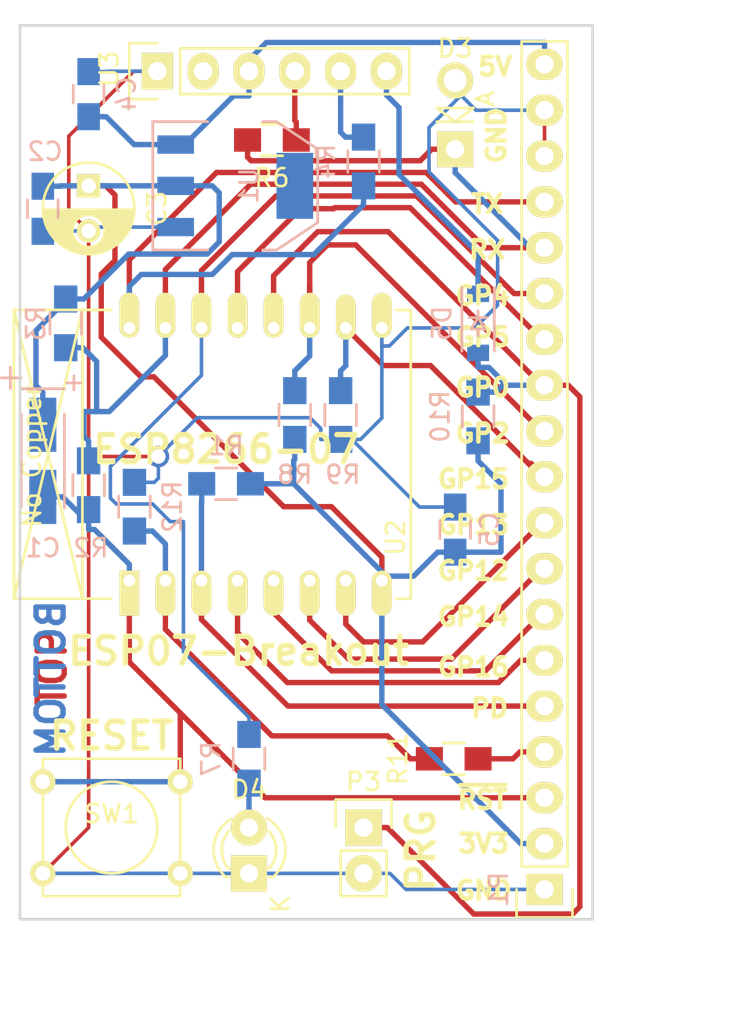
<source format=kicad_pcb>
(kicad_pcb (version 20171130) (host pcbnew "(5.1.12)-1")

  (general
    (thickness 1.6)
    (drawings 30)
    (tracks 280)
    (zones 0)
    (modules 25)
    (nets 24)
  )

  (page A4)
  (title_block
    (title ESP07-Breakout)
    (date 2016-01-03)
    (rev 1.1)
    (company "(C) J. Boehmer")
  )

  (layers
    (0 F.Cu signal)
    (31 B.Cu signal)
    (32 B.Adhes user)
    (33 F.Adhes user)
    (34 B.Paste user)
    (35 F.Paste user)
    (36 B.SilkS user)
    (37 F.SilkS user)
    (38 B.Mask user)
    (39 F.Mask user)
    (40 Dwgs.User user)
    (41 Cmts.User user)
    (42 Eco1.User user)
    (43 Eco2.User user)
    (44 Edge.Cuts user)
    (45 Margin user)
    (46 B.CrtYd user)
    (47 F.CrtYd user)
    (48 B.Fab user)
    (49 F.Fab user)
  )

  (setup
    (last_trace_width 0.3)
    (trace_clearance 0.35)
    (zone_clearance 0.4)
    (zone_45_only yes)
    (trace_min 0.2)
    (via_size 1.2)
    (via_drill 0.8)
    (via_min_size 0.4)
    (via_min_drill 0.3)
    (uvia_size 0.3)
    (uvia_drill 0.1)
    (uvias_allowed no)
    (uvia_min_size 0.2)
    (uvia_min_drill 0.1)
    (edge_width 0.15)
    (segment_width 0.2)
    (pcb_text_width 0.3)
    (pcb_text_size 1.5 1.5)
    (mod_edge_width 0.15)
    (mod_text_size 1 1)
    (mod_text_width 0.15)
    (pad_size 1.524 1.524)
    (pad_drill 0.762)
    (pad_to_mask_clearance 0.2)
    (aux_axis_origin 0 0)
    (visible_elements 7FFFFFFF)
    (pcbplotparams
      (layerselection 0x00030_ffffffff)
      (usegerberextensions false)
      (usegerberattributes true)
      (usegerberadvancedattributes true)
      (creategerberjobfile true)
      (excludeedgelayer true)
      (linewidth 0.100000)
      (plotframeref false)
      (viasonmask false)
      (mode 1)
      (useauxorigin false)
      (hpglpennumber 1)
      (hpglpenspeed 20)
      (hpglpendiameter 15.000000)
      (psnegative false)
      (psa4output false)
      (plotreference true)
      (plotvalue true)
      (plotinvisibletext false)
      (padsonsilk false)
      (subtractmaskfromsilk false)
      (outputformat 1)
      (mirror false)
      (drillshape 1)
      (scaleselection 1)
      (outputdirectory "export/"))
  )

  (net 0 "")
  (net 1 /RST)
  (net 2 /DTR)
  (net 3 +3V3)
  (net 4 GND)
  (net 5 "Net-(D4-Pad2)")
  (net 6 /GPIO0)
  (net 7 /CH_PD)
  (net 8 "Net-(P1-Pad6)")
  (net 9 "Net-(P1-Pad7)")
  (net 10 /TX)
  (net 11 /RX)
  (net 12 /LED)
  (net 13 /GPIO2)
  (net 14 /GPIO15)
  (net 15 /RXF)
  (net 16 /TXF)
  (net 17 +5V)
  (net 18 "Net-(U3-Pad2)")
  (net 19 /AIN)
  (net 20 "Net-(P1-Pad8)")
  (net 21 "Net-(P1-Pad9)")
  (net 22 /GPIO5)
  (net 23 /ADC)

  (net_class Default "Dies ist die voreingestellte Netzklasse."
    (clearance 0.35)
    (trace_width 0.3)
    (via_dia 1.2)
    (via_drill 0.8)
    (uvia_dia 0.3)
    (uvia_drill 0.1)
    (add_net +3V3)
    (add_net +5V)
    (add_net /ADC)
    (add_net /AIN)
    (add_net /CH_PD)
    (add_net /DTR)
    (add_net /GPIO0)
    (add_net /GPIO15)
    (add_net /GPIO2)
    (add_net /GPIO5)
    (add_net /RST)
    (add_net /RX)
    (add_net /RXF)
    (add_net /TX)
    (add_net /TXF)
    (add_net "Net-(D4-Pad2)")
    (add_net "Net-(P1-Pad6)")
    (add_net "Net-(P1-Pad7)")
    (add_net "Net-(P1-Pad8)")
    (add_net "Net-(P1-Pad9)")
    (add_net "Net-(U3-Pad2)")
  )

  (net_class small ""
    (clearance 0.35)
    (trace_width 0.2)
    (via_dia 1.2)
    (via_drill 0.8)
    (uvia_dia 0.3)
    (uvia_drill 0.1)
    (add_net /LED)
    (add_net GND)
  )

  (module Capacitors_Tantalum_SMD:TantalC_SizeA_EIA-3216_HandSoldering (layer B.Cu) (tedit 568936DE) (tstamp 7FFFFFFF)
    (at 166.37 119.38 270)
    (descr "Tantal Cap. , Size A, EIA-3216, Hand Soldering,")
    (tags "Tantal Cap. , Size A, EIA-3216, Hand Soldering,")
    (path /56886EFF)
    (attr smd)
    (fp_text reference C1 (at 4.826 0) (layer B.SilkS)
      (effects (font (size 1 1) (thickness 0.15)) (justify mirror))
    )
    (fp_text value 1u (at -0.09906 -3.0988 270) (layer B.Fab)
      (effects (font (size 1 1) (thickness 0.15)) (justify mirror))
    )
    (fp_line (start -3.99542 1.19888) (end -3.99542 -1.19888) (layer B.SilkS) (width 0.15))
    (fp_line (start -5.19938 1.79832) (end -4.0005 1.79832) (layer B.SilkS) (width 0.15))
    (fp_line (start -4.59994 2.2987) (end -4.59994 1.19888) (layer B.SilkS) (width 0.15))
    (fp_line (start 2.60096 1.19888) (end -2.60096 1.19888) (layer B.SilkS) (width 0.15))
    (fp_line (start -2.60096 -1.19888) (end 2.60096 -1.19888) (layer B.SilkS) (width 0.15))
    (fp_text user + (at -4.318 -1.651 270) (layer B.SilkS)
      (effects (font (size 1 1) (thickness 0.15)) (justify mirror))
    )
    (pad 2 smd rect (at 1.99898 0 270) (size 2.99974 1.50114) (layers B.Cu B.Paste B.Mask)
      (net 1 /RST))
    (pad 1 smd rect (at -1.99898 0 270) (size 2.99974 1.50114) (layers B.Cu B.Paste B.Mask)
      (net 3 +3V3))
    (model Capacitors_Tantalum_SMD.3dshapes/TantalC_SizeA_EIA-3216_HandSoldering.wrl
      (at (xyz 0 0 0))
      (scale (xyz 1 1 1))
      (rotate (xyz 0 0 180))
    )
  )

  (module Capacitors_SMD:C_0805_HandSoldering (layer B.Cu) (tedit 56894085) (tstamp 568808ED)
    (at 166.37 105.41 270)
    (descr "Capacitor SMD 0805, hand soldering")
    (tags "capacitor 0805")
    (path /566C1576)
    (attr smd)
    (fp_text reference C2 (at -3.175 -0.127) (layer B.SilkS)
      (effects (font (size 1 1) (thickness 0.15)) (justify mirror))
    )
    (fp_text value 100n (at 0 -2.1 270) (layer B.Fab)
      (effects (font (size 1 1) (thickness 0.15)) (justify mirror))
    )
    (fp_line (start -0.5 -0.85) (end 0.5 -0.85) (layer B.SilkS) (width 0.15))
    (fp_line (start 0.5 0.85) (end -0.5 0.85) (layer B.SilkS) (width 0.15))
    (fp_line (start 2.3 1) (end 2.3 -1) (layer B.CrtYd) (width 0.05))
    (fp_line (start -2.3 1) (end -2.3 -1) (layer B.CrtYd) (width 0.05))
    (fp_line (start -2.3 -1) (end 2.3 -1) (layer B.CrtYd) (width 0.05))
    (fp_line (start -2.3 1) (end 2.3 1) (layer B.CrtYd) (width 0.05))
    (pad 1 smd rect (at -1.25 0 270) (size 1.5 1.25) (layers B.Cu B.Paste B.Mask)
      (net 3 +3V3))
    (pad 2 smd rect (at 1.25 0 270) (size 1.5 1.25) (layers B.Cu B.Paste B.Mask)
      (net 4 GND))
    (model Capacitors_SMD.3dshapes/C_0805_HandSoldering.wrl
      (at (xyz 0 0 0))
      (scale (xyz 1 1 1))
      (rotate (xyz 0 0 0))
    )
  )

  (module Capacitors_ThroughHole:C_Radial_D5_L6_P2.5 (layer F.Cu) (tedit 0) (tstamp 568808F3)
    (at 168.91 104.14 270)
    (descr "Radial Electrolytic Capacitor Diameter 5mm x Length 6mm, Pitch 2.5mm")
    (tags "Electrolytic Capacitor")
    (path /566C160C)
    (fp_text reference C3 (at 1.25 -3.8 270) (layer F.SilkS)
      (effects (font (size 1 1) (thickness 0.15)))
    )
    (fp_text value 100u (at 1.25 3.8 270) (layer F.Fab)
      (effects (font (size 1 1) (thickness 0.15)))
    )
    (fp_circle (center 1.25 0) (end 1.25 -2.8) (layer F.CrtYd) (width 0.05))
    (fp_circle (center 1.25 0) (end 1.25 -2.5375) (layer F.SilkS) (width 0.15))
    (fp_circle (center 2.5 0) (end 2.5 -0.9) (layer F.SilkS) (width 0.15))
    (fp_line (start 3.705 -0.472) (end 3.705 0.472) (layer F.SilkS) (width 0.15))
    (fp_line (start 3.565 -0.944) (end 3.565 0.944) (layer F.SilkS) (width 0.15))
    (fp_line (start 3.425 -1.233) (end 3.425 1.233) (layer F.SilkS) (width 0.15))
    (fp_line (start 3.285 0.44) (end 3.285 1.452) (layer F.SilkS) (width 0.15))
    (fp_line (start 3.285 -1.452) (end 3.285 -0.44) (layer F.SilkS) (width 0.15))
    (fp_line (start 3.145 0.628) (end 3.145 1.631) (layer F.SilkS) (width 0.15))
    (fp_line (start 3.145 -1.631) (end 3.145 -0.628) (layer F.SilkS) (width 0.15))
    (fp_line (start 3.005 0.745) (end 3.005 1.78) (layer F.SilkS) (width 0.15))
    (fp_line (start 3.005 -1.78) (end 3.005 -0.745) (layer F.SilkS) (width 0.15))
    (fp_line (start 2.865 0.823) (end 2.865 1.908) (layer F.SilkS) (width 0.15))
    (fp_line (start 2.865 -1.908) (end 2.865 -0.823) (layer F.SilkS) (width 0.15))
    (fp_line (start 2.725 0.871) (end 2.725 2.019) (layer F.SilkS) (width 0.15))
    (fp_line (start 2.725 -2.019) (end 2.725 -0.871) (layer F.SilkS) (width 0.15))
    (fp_line (start 2.585 0.896) (end 2.585 2.114) (layer F.SilkS) (width 0.15))
    (fp_line (start 2.585 -2.114) (end 2.585 -0.896) (layer F.SilkS) (width 0.15))
    (fp_line (start 2.445 0.898) (end 2.445 2.196) (layer F.SilkS) (width 0.15))
    (fp_line (start 2.445 -2.196) (end 2.445 -0.898) (layer F.SilkS) (width 0.15))
    (fp_line (start 2.305 0.879) (end 2.305 2.266) (layer F.SilkS) (width 0.15))
    (fp_line (start 2.305 -2.266) (end 2.305 -0.879) (layer F.SilkS) (width 0.15))
    (fp_line (start 2.165 0.835) (end 2.165 2.327) (layer F.SilkS) (width 0.15))
    (fp_line (start 2.165 -2.327) (end 2.165 -0.835) (layer F.SilkS) (width 0.15))
    (fp_line (start 2.025 0.764) (end 2.025 2.377) (layer F.SilkS) (width 0.15))
    (fp_line (start 2.025 -2.377) (end 2.025 -0.764) (layer F.SilkS) (width 0.15))
    (fp_line (start 1.885 0.657) (end 1.885 2.418) (layer F.SilkS) (width 0.15))
    (fp_line (start 1.885 -2.418) (end 1.885 -0.657) (layer F.SilkS) (width 0.15))
    (fp_line (start 1.745 0.49) (end 1.745 2.451) (layer F.SilkS) (width 0.15))
    (fp_line (start 1.745 -2.451) (end 1.745 -0.49) (layer F.SilkS) (width 0.15))
    (fp_line (start 1.605 0.095) (end 1.605 2.475) (layer F.SilkS) (width 0.15))
    (fp_line (start 1.605 -2.475) (end 1.605 -0.095) (layer F.SilkS) (width 0.15))
    (fp_line (start 1.465 -2.491) (end 1.465 2.491) (layer F.SilkS) (width 0.15))
    (fp_line (start 1.325 -2.499) (end 1.325 2.499) (layer F.SilkS) (width 0.15))
    (pad 1 thru_hole rect (at 0 0 270) (size 1.3 1.3) (drill 0.8) (layers *.Cu *.Mask F.SilkS)
      (net 3 +3V3))
    (pad 2 thru_hole circle (at 2.5 0 270) (size 1.3 1.3) (drill 0.8) (layers *.Cu *.Mask F.SilkS)
      (net 4 GND))
    (model Capacitors_ThroughHole.3dshapes/C_Radial_D5_L6_P2.5.wrl
      (offset (xyz 1.250000021226883 0 0))
      (scale (xyz 1 1 1))
      (rotate (xyz 0 0 90))
    )
  )

  (module Capacitors_SMD:C_0805_HandSoldering (layer B.Cu) (tedit 541A9B8D) (tstamp 568808F9)
    (at 168.91 99.06 90)
    (descr "Capacitor SMD 0805, hand soldering")
    (tags "capacitor 0805")
    (path /56880D81)
    (attr smd)
    (fp_text reference C4 (at 0 2.1 90) (layer B.SilkS)
      (effects (font (size 1 1) (thickness 0.15)) (justify mirror))
    )
    (fp_text value 100n (at 0 -2.1 90) (layer B.Fab)
      (effects (font (size 1 1) (thickness 0.15)) (justify mirror))
    )
    (fp_line (start -0.5 -0.85) (end 0.5 -0.85) (layer B.SilkS) (width 0.15))
    (fp_line (start 0.5 0.85) (end -0.5 0.85) (layer B.SilkS) (width 0.15))
    (fp_line (start 2.3 1) (end 2.3 -1) (layer B.CrtYd) (width 0.05))
    (fp_line (start -2.3 1) (end -2.3 -1) (layer B.CrtYd) (width 0.05))
    (fp_line (start -2.3 -1) (end 2.3 -1) (layer B.CrtYd) (width 0.05))
    (fp_line (start -2.3 1) (end 2.3 1) (layer B.CrtYd) (width 0.05))
    (pad 1 smd rect (at -1.25 0 90) (size 1.5 1.25) (layers B.Cu B.Paste B.Mask)
      (net 17 +5V))
    (pad 2 smd rect (at 1.25 0 90) (size 1.5 1.25) (layers B.Cu B.Paste B.Mask)
      (net 4 GND))
    (model Capacitors_SMD.3dshapes/C_0805_HandSoldering.wrl
      (at (xyz 0 0 0))
      (scale (xyz 1 1 1))
      (rotate (xyz 0 0 0))
    )
  )

  (module Capacitors_SMD:C_0805_HandSoldering (layer B.Cu) (tedit 5689368E) (tstamp 568808FF)
    (at 189.23 123.19 90)
    (descr "Capacitor SMD 0805, hand soldering")
    (tags "capacitor 0805")
    (path /56880DF6)
    (attr smd)
    (fp_text reference C5 (at 0 1.905 90) (layer B.SilkS)
      (effects (font (size 1 1) (thickness 0.15)) (justify mirror))
    )
    (fp_text value 100n (at -0.127 -1.016 90) (layer B.Fab)
      (effects (font (size 1 1) (thickness 0.15)) (justify mirror))
    )
    (fp_line (start -0.5 -0.85) (end 0.5 -0.85) (layer B.SilkS) (width 0.15))
    (fp_line (start 0.5 0.85) (end -0.5 0.85) (layer B.SilkS) (width 0.15))
    (fp_line (start 2.3 1) (end 2.3 -1) (layer B.CrtYd) (width 0.05))
    (fp_line (start -2.3 1) (end -2.3 -1) (layer B.CrtYd) (width 0.05))
    (fp_line (start -2.3 -1) (end 2.3 -1) (layer B.CrtYd) (width 0.05))
    (fp_line (start -2.3 1) (end 2.3 1) (layer B.CrtYd) (width 0.05))
    (pad 1 smd rect (at -1.25 0 90) (size 1.5 1.25) (layers B.Cu B.Paste B.Mask)
      (net 3 +3V3))
    (pad 2 smd rect (at 1.25 0 90) (size 1.5 1.25) (layers B.Cu B.Paste B.Mask)
      (net 4 GND))
    (model Capacitors_SMD.3dshapes/C_0805_HandSoldering.wrl
      (at (xyz 0 0 0))
      (scale (xyz 1 1 1))
      (rotate (xyz 0 0 0))
    )
  )

  (module Diodes_ThroughHole:Diode_DO-41_SOD81_Vertical_AnodeUp (layer F.Cu) (tedit 56892BD4) (tstamp 56880905)
    (at 189.23 102.11 90)
    (descr "Diode, DO-41, SOD81, Vertical, Anode Up,")
    (tags "Diode, DO-41, SOD81, Vertical, Anode Up, 1N4007, SB140,")
    (path /566F41A3)
    (fp_text reference D3 (at 5.59 0 180) (layer F.SilkS)
      (effects (font (size 1 1) (thickness 0.15)))
    )
    (fp_text value 3V3 (at 0.05 -2 90) (layer F.Fab)
      (effects (font (size 1 1) (thickness 0.15)))
    )
    (fp_line (start 2.286 -1.016) (end 2.286 1.016) (layer F.SilkS) (width 0.15))
    (fp_line (start 1.524 -1.016) (end 1.524 1.016) (layer F.SilkS) (width 0.15))
    (fp_line (start 1.524 0) (end 2.286 -1.016) (layer F.SilkS) (width 0.15))
    (fp_line (start 1.524 0) (end 2.286 1.016) (layer F.SilkS) (width 0.15))
    (fp_text user A (at 2.794 1.651 90) (layer F.SilkS)
      (effects (font (size 1 1) (thickness 0.15)))
    )
    (pad 2 thru_hole circle (at 3.81 0 90) (size 1.99898 1.99898) (drill 1.27) (layers *.Cu *.Mask F.SilkS)
      (net 4 GND))
    (pad 1 thru_hole rect (at 0 0 90) (size 1.99898 1.99898) (drill 1.00076) (layers *.Cu *.Mask F.SilkS)
      (net 11 /RX))
  )

  (module LEDs:LED-3MM (layer F.Cu) (tedit 568B9E7C) (tstamp 5688090B)
    (at 177.8 142.24 90)
    (descr "LED 3mm round vertical")
    (tags "LED  3mm round vertical")
    (path /566F7A8B)
    (fp_text reference D4 (at 4.6355 0 180) (layer F.SilkS)
      (effects (font (size 1 1) (thickness 0.15)))
    )
    (fp_text value LED (at 1.3 -2.9 90) (layer F.Fab)
      (effects (font (size 1 1) (thickness 0.15)))
    )
    (fp_line (start -0.199 -1.28) (end -0.199 -1.1) (layer F.SilkS) (width 0.15))
    (fp_line (start -0.199 1.314) (end -0.199 1.114) (layer F.SilkS) (width 0.15))
    (fp_line (start -1.2 -2.2) (end -1.2 2.3) (layer F.CrtYd) (width 0.05))
    (fp_line (start 3.8 -2.2) (end -1.2 -2.2) (layer F.CrtYd) (width 0.05))
    (fp_line (start 3.8 2.3) (end 3.8 -2.2) (layer F.CrtYd) (width 0.05))
    (fp_line (start -1.2 2.3) (end 3.8 2.3) (layer F.CrtYd) (width 0.05))
    (fp_text user K (at -1.69 1.74 90) (layer F.SilkS)
      (effects (font (size 1 1) (thickness 0.15)))
    )
    (fp_arc (start 1.301 0.034) (end -0.199 -1.286) (angle 108.5) (layer F.SilkS) (width 0.15))
    (fp_arc (start 1.301 0.034) (end 0.25 -1.1) (angle 85.7) (layer F.SilkS) (width 0.15))
    (fp_arc (start 1.311 0.034) (end 3.051 0.994) (angle 110) (layer F.SilkS) (width 0.15))
    (fp_arc (start 1.301 0.034) (end 2.335 1.094) (angle 87.5) (layer F.SilkS) (width 0.15))
    (pad 1 thru_hole rect (at 0 0 180) (size 2 2) (drill 1.00076) (layers *.Cu *.Mask F.SilkS)
      (net 4 GND))
    (pad 2 thru_hole circle (at 2.54 0 90) (size 2 2) (drill 1.00076) (layers *.Cu *.Mask F.SilkS)
      (net 5 "Net-(D4-Pad2)"))
    (model LEDs.3dshapes/LED-3MM.wrl
      (offset (xyz 1.269999980926514 0 0))
      (scale (xyz 1 1 1))
      (rotate (xyz 0 0 90))
    )
  )

  (module Diodes_SMD:SOD-123 (layer B.Cu) (tedit 5530FCB9) (tstamp 56880911)
    (at 190.5 111.76 270)
    (descr SOD-123)
    (tags SOD-123)
    (path /566C65D8)
    (attr smd)
    (fp_text reference D5 (at 0 2 270) (layer B.SilkS)
      (effects (font (size 1 1) (thickness 0.15)) (justify mirror))
    )
    (fp_text value D (at 0 -2.1 270) (layer B.Fab)
      (effects (font (size 1 1) (thickness 0.15)) (justify mirror))
    )
    (fp_line (start -2 0.9) (end 1.54 0.9) (layer B.SilkS) (width 0.15))
    (fp_line (start -2 -0.9) (end 1.54 -0.9) (layer B.SilkS) (width 0.15))
    (fp_line (start -2.25 1.05) (end -2.25 -1.05) (layer B.CrtYd) (width 0.05))
    (fp_line (start 2.25 -1.05) (end -2.25 -1.05) (layer B.CrtYd) (width 0.05))
    (fp_line (start 2.25 1.05) (end 2.25 -1.05) (layer B.CrtYd) (width 0.05))
    (fp_line (start -2.25 1.05) (end 2.25 1.05) (layer B.CrtYd) (width 0.05))
    (fp_line (start -0.3175 0.508) (end -0.3175 -0.508) (layer B.SilkS) (width 0.15))
    (fp_line (start 0.3175 -0.381) (end -0.3175 0) (layer B.SilkS) (width 0.15))
    (fp_line (start 0.3175 0.381) (end 0.3175 -0.381) (layer B.SilkS) (width 0.15))
    (fp_line (start -0.3175 0) (end 0.3175 0.381) (layer B.SilkS) (width 0.15))
    (fp_line (start -0.6985 0) (end -0.3175 0) (layer B.SilkS) (width 0.15))
    (fp_line (start 0.3175 0) (end 0.6985 0) (layer B.SilkS) (width 0.15))
    (pad 1 smd rect (at -1.635 0 270) (size 0.91 1.22) (layers B.Cu B.Paste B.Mask)
      (net 2 /DTR))
    (pad 2 smd rect (at 1.635 0 270) (size 0.91 1.22) (layers B.Cu B.Paste B.Mask)
      (net 6 /GPIO0))
  )

  (module Pin_Headers:Pin_Header_Straight_1x19 (layer F.Cu) (tedit 56893638) (tstamp 56880928)
    (at 194.183 143.129 180)
    (descr "Through hole pin header")
    (tags "pin header")
    (path /568800AC)
    (fp_text reference P1 (at 2.54 0 270) (layer B.SilkS)
      (effects (font (size 1 1) (thickness 0.15)) (justify mirror))
    )
    (fp_text value Breakout (at 0 -3.1 180) (layer F.Fab)
      (effects (font (size 1 1) (thickness 0.15)))
    )
    (fp_line (start -1.55 -1.55) (end 1.55 -1.55) (layer F.SilkS) (width 0.15))
    (fp_line (start -1.55 0) (end -1.55 -1.55) (layer F.SilkS) (width 0.15))
    (fp_line (start 1.27 1.27) (end -1.27 1.27) (layer F.SilkS) (width 0.15))
    (fp_line (start 1.55 -1.55) (end 1.55 0) (layer F.SilkS) (width 0.15))
    (fp_line (start -1.27 46.99) (end -1.27 1.27) (layer F.SilkS) (width 0.15))
    (fp_line (start 1.27 46.99) (end -1.27 46.99) (layer F.SilkS) (width 0.15))
    (fp_line (start 1.27 1.27) (end 1.27 46.99) (layer F.SilkS) (width 0.15))
    (fp_line (start -1.75 47.5) (end 1.75 47.5) (layer F.CrtYd) (width 0.05))
    (fp_line (start -1.75 -1.75) (end 1.75 -1.75) (layer F.CrtYd) (width 0.05))
    (fp_line (start 1.75 -1.75) (end 1.75 47.5) (layer F.CrtYd) (width 0.05))
    (fp_line (start -1.75 -1.75) (end -1.75 47.5) (layer F.CrtYd) (width 0.05))
    (pad 1 thru_hole rect (at 0 0 180) (size 2.032 1.7272) (drill 1.016) (layers *.Cu *.Mask F.SilkS)
      (net 4 GND))
    (pad 2 thru_hole oval (at 0 2.54 180) (size 2.032 1.7272) (drill 1.016) (layers *.Cu *.Mask F.SilkS)
      (net 3 +3V3))
    (pad 3 thru_hole oval (at 0 5.08 180) (size 2.032 1.7272) (drill 1.016) (layers *.Cu *.Mask F.SilkS)
      (net 1 /RST))
    (pad 4 thru_hole oval (at 0 7.62 180) (size 2.032 1.7272) (drill 1.016) (layers *.Cu *.Mask F.SilkS)
      (net 19 /AIN))
    (pad 5 thru_hole oval (at 0 10.16 180) (size 2.032 1.7272) (drill 1.016) (layers *.Cu *.Mask F.SilkS)
      (net 7 /CH_PD))
    (pad 6 thru_hole oval (at 0 12.7 180) (size 2.032 1.7272) (drill 1.016) (layers *.Cu *.Mask F.SilkS)
      (net 8 "Net-(P1-Pad6)"))
    (pad 7 thru_hole oval (at 0 15.24 180) (size 2.032 1.7272) (drill 1.016) (layers *.Cu *.Mask F.SilkS)
      (net 9 "Net-(P1-Pad7)"))
    (pad 8 thru_hole oval (at 0 17.78 180) (size 2.032 1.7272) (drill 1.016) (layers *.Cu *.Mask F.SilkS)
      (net 20 "Net-(P1-Pad8)"))
    (pad 9 thru_hole oval (at 0 20.32 180) (size 2.032 1.7272) (drill 1.016) (layers *.Cu *.Mask F.SilkS)
      (net 21 "Net-(P1-Pad9)"))
    (pad 10 thru_hole oval (at 0 22.86 180) (size 2.032 1.7272) (drill 1.016) (layers *.Cu *.Mask F.SilkS)
      (net 14 /GPIO15))
    (pad 11 thru_hole oval (at 0 25.4 180) (size 2.032 1.7272) (drill 1.016) (layers *.Cu *.Mask F.SilkS)
      (net 13 /GPIO2))
    (pad 12 thru_hole oval (at 0 27.94 180) (size 2.032 1.7272) (drill 1.016) (layers *.Cu *.Mask F.SilkS)
      (net 6 /GPIO0))
    (pad 13 thru_hole oval (at 0 30.48 180) (size 2.032 1.7272) (drill 1.016) (layers *.Cu *.Mask F.SilkS)
      (net 22 /GPIO5))
    (pad 14 thru_hole oval (at 0 33.02 180) (size 2.032 1.7272) (drill 1.016) (layers *.Cu *.Mask F.SilkS)
      (net 12 /LED))
    (pad 15 thru_hole oval (at 0 35.56 180) (size 2.032 1.7272) (drill 1.016) (layers *.Cu *.Mask F.SilkS)
      (net 11 /RX))
    (pad 16 thru_hole oval (at 0 38.1 180) (size 2.032 1.7272) (drill 1.016) (layers *.Cu *.Mask F.SilkS)
      (net 10 /TX))
    (pad 17 thru_hole oval (at 0 40.64 180) (size 2.032 1.7272) (drill 1.016) (layers *.Cu *.Mask F.SilkS)
      (net 4 GND))
    (pad 18 thru_hole oval (at 0 43.18 180) (size 2.032 1.7272) (drill 1.016) (layers *.Cu *.Mask F.SilkS)
      (net 4 GND))
    (pad 19 thru_hole oval (at 0 45.72 180) (size 2.032 1.7272) (drill 1.016) (layers *.Cu *.Mask F.SilkS)
      (net 17 +5V))
    (model Pin_Headers.3dshapes/Pin_Header_Straight_1x19.wrl
      (offset (xyz 0 -22.85999965667725 -1.269999980926514))
      (scale (xyz 1 1 1))
      (rotate (xyz 0 180 90))
    )
  )

  (module Pin_Headers:Pin_Header_Straight_1x02 (layer F.Cu) (tedit 568B9E89) (tstamp 5688092E)
    (at 184.15 139.7)
    (descr "Through hole pin header")
    (tags "pin header")
    (path /566F4C74)
    (fp_text reference P3 (at 0 -2.54) (layer F.SilkS)
      (effects (font (size 1 1) (thickness 0.15)))
    )
    (fp_text value PRG (at 0.127 -3.1115) (layer F.Fab) hide
      (effects (font (size 1 1) (thickness 0.15)))
    )
    (fp_line (start -1.27 3.81) (end 1.27 3.81) (layer F.SilkS) (width 0.15))
    (fp_line (start -1.27 1.27) (end -1.27 3.81) (layer F.SilkS) (width 0.15))
    (fp_line (start -1.55 -1.55) (end 1.55 -1.55) (layer F.SilkS) (width 0.15))
    (fp_line (start -1.55 0) (end -1.55 -1.55) (layer F.SilkS) (width 0.15))
    (fp_line (start 1.27 1.27) (end -1.27 1.27) (layer F.SilkS) (width 0.15))
    (fp_line (start -1.75 4.3) (end 1.75 4.3) (layer F.CrtYd) (width 0.05))
    (fp_line (start -1.75 -1.75) (end 1.75 -1.75) (layer F.CrtYd) (width 0.05))
    (fp_line (start 1.75 -1.75) (end 1.75 4.3) (layer F.CrtYd) (width 0.05))
    (fp_line (start -1.75 -1.75) (end -1.75 4.3) (layer F.CrtYd) (width 0.05))
    (fp_line (start 1.55 -1.55) (end 1.55 0) (layer F.SilkS) (width 0.15))
    (fp_line (start 1.27 1.27) (end 1.27 3.81) (layer F.SilkS) (width 0.15))
    (pad 1 thru_hole rect (at 0 0) (size 2.032 2.032) (drill 1.016) (layers *.Cu *.Mask F.SilkS)
      (net 6 /GPIO0))
    (pad 2 thru_hole oval (at 0 2.54) (size 2.032 2.032) (drill 1.016) (layers *.Cu *.Mask F.SilkS)
      (net 4 GND))
    (model Pin_Headers.3dshapes/Pin_Header_Straight_1x02.wrl
      (offset (xyz 0 -1.269999980926514 0))
      (scale (xyz 1 1 1))
      (rotate (xyz 0 0 90))
    )
  )

  (module Resistors_SMD:R_0805_HandSoldering (layer B.Cu) (tedit 54189DEE) (tstamp 56880934)
    (at 176.53 120.65 180)
    (descr "Resistor SMD 0805, hand soldering")
    (tags "resistor 0805")
    (path /566C2912)
    (attr smd)
    (fp_text reference R1 (at 0 2.1 180) (layer B.SilkS)
      (effects (font (size 1 1) (thickness 0.15)) (justify mirror))
    )
    (fp_text value 10k (at 0 -2.1 180) (layer B.Fab)
      (effects (font (size 1 1) (thickness 0.15)) (justify mirror))
    )
    (fp_line (start -0.6 0.875) (end 0.6 0.875) (layer B.SilkS) (width 0.15))
    (fp_line (start 0.6 -0.875) (end -0.6 -0.875) (layer B.SilkS) (width 0.15))
    (fp_line (start 2.4 1) (end 2.4 -1) (layer B.CrtYd) (width 0.05))
    (fp_line (start -2.4 1) (end -2.4 -1) (layer B.CrtYd) (width 0.05))
    (fp_line (start -2.4 -1) (end 2.4 -1) (layer B.CrtYd) (width 0.05))
    (fp_line (start -2.4 1) (end 2.4 1) (layer B.CrtYd) (width 0.05))
    (pad 1 smd rect (at -1.35 0 180) (size 1.5 1.3) (layers B.Cu B.Paste B.Mask)
      (net 3 +3V3))
    (pad 2 smd rect (at 1.35 0 180) (size 1.5 1.3) (layers B.Cu B.Paste B.Mask)
      (net 7 /CH_PD))
    (model Resistors_SMD.3dshapes/R_0805_HandSoldering.wrl
      (at (xyz 0 0 0))
      (scale (xyz 1 1 1))
      (rotate (xyz 0 0 0))
    )
  )

  (module Resistors_SMD:R_0805_HandSoldering (layer B.Cu) (tedit 5689369A) (tstamp 5688093A)
    (at 168.91 120.73 270)
    (descr "Resistor SMD 0805, hand soldering")
    (tags "resistor 0805")
    (path /56887474)
    (attr smd)
    (fp_text reference R2 (at 3.476 -0.127) (layer B.SilkS)
      (effects (font (size 1 1) (thickness 0.15)) (justify mirror))
    )
    (fp_text value 41,2k (at 0 -2.1 270) (layer B.Fab)
      (effects (font (size 1 1) (thickness 0.15)) (justify mirror))
    )
    (fp_line (start -0.6 0.875) (end 0.6 0.875) (layer B.SilkS) (width 0.15))
    (fp_line (start 0.6 -0.875) (end -0.6 -0.875) (layer B.SilkS) (width 0.15))
    (fp_line (start 2.4 1) (end 2.4 -1) (layer B.CrtYd) (width 0.05))
    (fp_line (start -2.4 1) (end -2.4 -1) (layer B.CrtYd) (width 0.05))
    (fp_line (start -2.4 -1) (end 2.4 -1) (layer B.CrtYd) (width 0.05))
    (fp_line (start -2.4 1) (end 2.4 1) (layer B.CrtYd) (width 0.05))
    (pad 1 smd rect (at -1.35 0 270) (size 1.5 1.3) (layers B.Cu B.Paste B.Mask)
      (net 11 /RX))
    (pad 2 smd rect (at 1.35 0 270) (size 1.5 1.3) (layers B.Cu B.Paste B.Mask)
      (net 1 /RST))
    (model Resistors_SMD.3dshapes/R_0805_HandSoldering.wrl
      (at (xyz 0 0 0))
      (scale (xyz 1 1 1))
      (rotate (xyz 0 0 0))
    )
  )

  (module Resistors_SMD:R_0805_HandSoldering (layer B.Cu) (tedit 568936BF) (tstamp 56880940)
    (at 167.64 111.76 270)
    (descr "Resistor SMD 0805, hand soldering")
    (tags "resistor 0805")
    (path /568886A7)
    (attr smd)
    (fp_text reference R3 (at 0 1.651 270) (layer B.SilkS)
      (effects (font (size 1 1) (thickness 0.15)) (justify mirror))
    )
    (fp_text value 10k (at 0.127 -1.778 270) (layer B.Fab)
      (effects (font (size 1 1) (thickness 0.15)) (justify mirror))
    )
    (fp_line (start -0.6 0.875) (end 0.6 0.875) (layer B.SilkS) (width 0.15))
    (fp_line (start 0.6 -0.875) (end -0.6 -0.875) (layer B.SilkS) (width 0.15))
    (fp_line (start 2.4 1) (end 2.4 -1) (layer B.CrtYd) (width 0.05))
    (fp_line (start -2.4 1) (end -2.4 -1) (layer B.CrtYd) (width 0.05))
    (fp_line (start -2.4 -1) (end 2.4 -1) (layer B.CrtYd) (width 0.05))
    (fp_line (start -2.4 1) (end 2.4 1) (layer B.CrtYd) (width 0.05))
    (pad 1 smd rect (at -1.35 0 270) (size 1.5 1.3) (layers B.Cu B.Paste B.Mask)
      (net 3 +3V3))
    (pad 2 smd rect (at 1.35 0 270) (size 1.5 1.3) (layers B.Cu B.Paste B.Mask)
      (net 11 /RX))
    (model Resistors_SMD.3dshapes/R_0805_HandSoldering.wrl
      (at (xyz 0 0 0))
      (scale (xyz 1 1 1))
      (rotate (xyz 0 0 0))
    )
  )

  (module Resistors_SMD:R_0805_HandSoldering (layer B.Cu) (tedit 54189DEE) (tstamp 56880946)
    (at 184.15 102.79 270)
    (descr "Resistor SMD 0805, hand soldering")
    (tags "resistor 0805")
    (path /566F33DB)
    (attr smd)
    (fp_text reference R4 (at 0 2.1 270) (layer B.SilkS)
      (effects (font (size 1 1) (thickness 0.15)) (justify mirror))
    )
    (fp_text value 470 (at 0 -2.1 270) (layer B.Fab)
      (effects (font (size 1 1) (thickness 0.15)) (justify mirror))
    )
    (fp_line (start -0.6 0.875) (end 0.6 0.875) (layer B.SilkS) (width 0.15))
    (fp_line (start 0.6 -0.875) (end -0.6 -0.875) (layer B.SilkS) (width 0.15))
    (fp_line (start 2.4 1) (end 2.4 -1) (layer B.CrtYd) (width 0.05))
    (fp_line (start -2.4 1) (end -2.4 -1) (layer B.CrtYd) (width 0.05))
    (fp_line (start -2.4 -1) (end 2.4 -1) (layer B.CrtYd) (width 0.05))
    (fp_line (start -2.4 1) (end 2.4 1) (layer B.CrtYd) (width 0.05))
    (pad 1 smd rect (at -1.35 0 270) (size 1.5 1.3) (layers B.Cu B.Paste B.Mask)
      (net 15 /RXF))
    (pad 2 smd rect (at 1.35 0 270) (size 1.5 1.3) (layers B.Cu B.Paste B.Mask)
      (net 10 /TX))
    (model Resistors_SMD.3dshapes/R_0805_HandSoldering.wrl
      (at (xyz 0 0 0))
      (scale (xyz 1 1 1))
      (rotate (xyz 0 0 0))
    )
  )

  (module Resistors_SMD:R_0805_HandSoldering (layer F.Cu) (tedit 54189DEE) (tstamp 56880952)
    (at 179.07 101.6 180)
    (descr "Resistor SMD 0805, hand soldering")
    (tags "resistor 0805")
    (path /566F41B0)
    (attr smd)
    (fp_text reference R6 (at 0 -2.1 180) (layer F.SilkS)
      (effects (font (size 1 1) (thickness 0.15)))
    )
    (fp_text value 470 (at 0 2.1 180) (layer F.Fab)
      (effects (font (size 1 1) (thickness 0.15)))
    )
    (fp_line (start -0.6 -0.875) (end 0.6 -0.875) (layer F.SilkS) (width 0.15))
    (fp_line (start 0.6 0.875) (end -0.6 0.875) (layer F.SilkS) (width 0.15))
    (fp_line (start 2.4 -1) (end 2.4 1) (layer F.CrtYd) (width 0.05))
    (fp_line (start -2.4 -1) (end -2.4 1) (layer F.CrtYd) (width 0.05))
    (fp_line (start -2.4 1) (end 2.4 1) (layer F.CrtYd) (width 0.05))
    (fp_line (start -2.4 -1) (end 2.4 -1) (layer F.CrtYd) (width 0.05))
    (pad 1 smd rect (at -1.35 0 180) (size 1.5 1.3) (layers F.Cu F.Paste F.Mask)
      (net 16 /TXF))
    (pad 2 smd rect (at 1.35 0 180) (size 1.5 1.3) (layers F.Cu F.Paste F.Mask)
      (net 11 /RX))
    (model Resistors_SMD.3dshapes/R_0805_HandSoldering.wrl
      (at (xyz 0 0 0))
      (scale (xyz 1 1 1))
      (rotate (xyz 0 0 0))
    )
  )

  (module Resistors_SMD:R_0805_HandSoldering (layer B.Cu) (tedit 54189DEE) (tstamp 56880958)
    (at 177.8 135.89 270)
    (descr "Resistor SMD 0805, hand soldering")
    (tags "resistor 0805")
    (path /566F78B3)
    (attr smd)
    (fp_text reference R7 (at 0 2.1 270) (layer B.SilkS)
      (effects (font (size 1 1) (thickness 0.15)) (justify mirror))
    )
    (fp_text value 470 (at 0 -2.1 270) (layer B.Fab)
      (effects (font (size 1 1) (thickness 0.15)) (justify mirror))
    )
    (fp_line (start -0.6 0.875) (end 0.6 0.875) (layer B.SilkS) (width 0.15))
    (fp_line (start 0.6 -0.875) (end -0.6 -0.875) (layer B.SilkS) (width 0.15))
    (fp_line (start 2.4 1) (end 2.4 -1) (layer B.CrtYd) (width 0.05))
    (fp_line (start -2.4 1) (end -2.4 -1) (layer B.CrtYd) (width 0.05))
    (fp_line (start -2.4 -1) (end 2.4 -1) (layer B.CrtYd) (width 0.05))
    (fp_line (start -2.4 1) (end 2.4 1) (layer B.CrtYd) (width 0.05))
    (pad 1 smd rect (at -1.35 0 270) (size 1.5 1.3) (layers B.Cu B.Paste B.Mask)
      (net 12 /LED))
    (pad 2 smd rect (at 1.35 0 270) (size 1.5 1.3) (layers B.Cu B.Paste B.Mask)
      (net 5 "Net-(D4-Pad2)"))
    (model Resistors_SMD.3dshapes/R_0805_HandSoldering.wrl
      (at (xyz 0 0 0))
      (scale (xyz 1 1 1))
      (rotate (xyz 0 0 0))
    )
  )

  (module Resistors_SMD:R_0805_HandSoldering (layer B.Cu) (tedit 5689366A) (tstamp 5688095E)
    (at 180.34 116.84 90)
    (descr "Resistor SMD 0805, hand soldering")
    (tags "resistor 0805")
    (path /566C4347)
    (attr smd)
    (fp_text reference R8 (at -3.302 0 180) (layer B.SilkS)
      (effects (font (size 1 1) (thickness 0.15)) (justify mirror))
    )
    (fp_text value 10k (at 0 -2.1 90) (layer B.Fab)
      (effects (font (size 1 1) (thickness 0.15)) (justify mirror))
    )
    (fp_line (start -0.6 0.875) (end 0.6 0.875) (layer B.SilkS) (width 0.15))
    (fp_line (start 0.6 -0.875) (end -0.6 -0.875) (layer B.SilkS) (width 0.15))
    (fp_line (start 2.4 1) (end 2.4 -1) (layer B.CrtYd) (width 0.05))
    (fp_line (start -2.4 1) (end -2.4 -1) (layer B.CrtYd) (width 0.05))
    (fp_line (start -2.4 -1) (end 2.4 -1) (layer B.CrtYd) (width 0.05))
    (fp_line (start -2.4 1) (end 2.4 1) (layer B.CrtYd) (width 0.05))
    (pad 1 smd rect (at -1.35 0 90) (size 1.5 1.3) (layers B.Cu B.Paste B.Mask)
      (net 3 +3V3))
    (pad 2 smd rect (at 1.35 0 90) (size 1.5 1.3) (layers B.Cu B.Paste B.Mask)
      (net 13 /GPIO2))
    (model Resistors_SMD.3dshapes/R_0805_HandSoldering.wrl
      (at (xyz 0 0 0))
      (scale (xyz 1 1 1))
      (rotate (xyz 0 0 0))
    )
  )

  (module Resistors_SMD:R_0805_HandSoldering (layer B.Cu) (tedit 56893663) (tstamp 56880964)
    (at 182.88 116.84 270)
    (descr "Resistor SMD 0805, hand soldering")
    (tags "resistor 0805")
    (path /566C4666)
    (attr smd)
    (fp_text reference R9 (at 3.302 -0.127) (layer B.SilkS)
      (effects (font (size 1 1) (thickness 0.15)) (justify mirror))
    )
    (fp_text value 10k (at 0 -2.1 270) (layer B.Fab)
      (effects (font (size 1 1) (thickness 0.15)) (justify mirror))
    )
    (fp_line (start -0.6 0.875) (end 0.6 0.875) (layer B.SilkS) (width 0.15))
    (fp_line (start 0.6 -0.875) (end -0.6 -0.875) (layer B.SilkS) (width 0.15))
    (fp_line (start 2.4 1) (end 2.4 -1) (layer B.CrtYd) (width 0.05))
    (fp_line (start -2.4 1) (end -2.4 -1) (layer B.CrtYd) (width 0.05))
    (fp_line (start -2.4 -1) (end 2.4 -1) (layer B.CrtYd) (width 0.05))
    (fp_line (start -2.4 1) (end 2.4 1) (layer B.CrtYd) (width 0.05))
    (pad 1 smd rect (at -1.35 0 270) (size 1.5 1.3) (layers B.Cu B.Paste B.Mask)
      (net 14 /GPIO15))
    (pad 2 smd rect (at 1.35 0 270) (size 1.5 1.3) (layers B.Cu B.Paste B.Mask)
      (net 4 GND))
    (model Resistors_SMD.3dshapes/R_0805_HandSoldering.wrl
      (at (xyz 0 0 0))
      (scale (xyz 1 1 1))
      (rotate (xyz 0 0 0))
    )
  )

  (module Resistors_SMD:R_0805_HandSoldering (layer B.Cu) (tedit 54189DEE) (tstamp 5688096A)
    (at 190.5 116.92 270)
    (descr "Resistor SMD 0805, hand soldering")
    (tags "resistor 0805")
    (path /566C6825)
    (attr smd)
    (fp_text reference R10 (at 0 2.1 270) (layer B.SilkS)
      (effects (font (size 1 1) (thickness 0.15)) (justify mirror))
    )
    (fp_text value 10k (at 0 -2.1 270) (layer B.Fab)
      (effects (font (size 1 1) (thickness 0.15)) (justify mirror))
    )
    (fp_line (start -0.6 0.875) (end 0.6 0.875) (layer B.SilkS) (width 0.15))
    (fp_line (start 0.6 -0.875) (end -0.6 -0.875) (layer B.SilkS) (width 0.15))
    (fp_line (start 2.4 1) (end 2.4 -1) (layer B.CrtYd) (width 0.05))
    (fp_line (start -2.4 1) (end -2.4 -1) (layer B.CrtYd) (width 0.05))
    (fp_line (start -2.4 -1) (end 2.4 -1) (layer B.CrtYd) (width 0.05))
    (fp_line (start -2.4 1) (end 2.4 1) (layer B.CrtYd) (width 0.05))
    (pad 1 smd rect (at -1.35 0 270) (size 1.5 1.3) (layers B.Cu B.Paste B.Mask)
      (net 6 /GPIO0))
    (pad 2 smd rect (at 1.35 0 270) (size 1.5 1.3) (layers B.Cu B.Paste B.Mask)
      (net 3 +3V3))
    (model Resistors_SMD.3dshapes/R_0805_HandSoldering.wrl
      (at (xyz 0 0 0))
      (scale (xyz 1 1 1))
      (rotate (xyz 0 0 0))
    )
  )

  (module Resistors_SMD:R_0805_HandSoldering (layer F.Cu) (tedit 568B9E8C) (tstamp 56880970)
    (at 189.15 135.89 180)
    (descr "Resistor SMD 0805, hand soldering")
    (tags "resistor 0805")
    (path /56884813)
    (attr smd)
    (fp_text reference R11 (at 3.095 0 270) (layer F.SilkS)
      (effects (font (size 1 1) (thickness 0.15)))
    )
    (fp_text value 10k (at 0 2.1 180) (layer F.Fab) hide
      (effects (font (size 1 1) (thickness 0.15)))
    )
    (fp_line (start -0.6 -0.875) (end 0.6 -0.875) (layer F.SilkS) (width 0.15))
    (fp_line (start 0.6 0.875) (end -0.6 0.875) (layer F.SilkS) (width 0.15))
    (fp_line (start 2.4 -1) (end 2.4 1) (layer F.CrtYd) (width 0.05))
    (fp_line (start -2.4 -1) (end -2.4 1) (layer F.CrtYd) (width 0.05))
    (fp_line (start -2.4 1) (end 2.4 1) (layer F.CrtYd) (width 0.05))
    (fp_line (start -2.4 -1) (end 2.4 -1) (layer F.CrtYd) (width 0.05))
    (pad 1 smd rect (at -1.35 0 180) (size 1.5 1.3) (layers F.Cu F.Paste F.Mask)
      (net 19 /AIN))
    (pad 2 smd rect (at 1.35 0 180) (size 1.5 1.3) (layers F.Cu F.Paste F.Mask)
      (net 23 /ADC))
    (model Resistors_SMD.3dshapes/R_0805_HandSoldering.wrl
      (at (xyz 0 0 0))
      (scale (xyz 1 1 1))
      (rotate (xyz 0 0 0))
    )
  )

  (module Resistors_SMD:R_0805_HandSoldering (layer B.Cu) (tedit 54189DEE) (tstamp 56880976)
    (at 171.45 121.92 90)
    (descr "Resistor SMD 0805, hand soldering")
    (tags "resistor 0805")
    (path /5688487B)
    (attr smd)
    (fp_text reference R12 (at 0 2.1 90) (layer B.SilkS)
      (effects (font (size 1 1) (thickness 0.15)) (justify mirror))
    )
    (fp_text value 1k (at 0 -2.1 90) (layer B.Fab)
      (effects (font (size 1 1) (thickness 0.15)) (justify mirror))
    )
    (fp_line (start -0.6 0.875) (end 0.6 0.875) (layer B.SilkS) (width 0.15))
    (fp_line (start 0.6 -0.875) (end -0.6 -0.875) (layer B.SilkS) (width 0.15))
    (fp_line (start 2.4 1) (end 2.4 -1) (layer B.CrtYd) (width 0.05))
    (fp_line (start -2.4 1) (end -2.4 -1) (layer B.CrtYd) (width 0.05))
    (fp_line (start -2.4 -1) (end 2.4 -1) (layer B.CrtYd) (width 0.05))
    (fp_line (start -2.4 1) (end 2.4 1) (layer B.CrtYd) (width 0.05))
    (pad 1 smd rect (at -1.35 0 90) (size 1.5 1.3) (layers B.Cu B.Paste B.Mask)
      (net 23 /ADC))
    (pad 2 smd rect (at 1.35 0 90) (size 1.5 1.3) (layers B.Cu B.Paste B.Mask)
      (net 4 GND))
    (model Resistors_SMD.3dshapes/R_0805_HandSoldering.wrl
      (at (xyz 0 0 0))
      (scale (xyz 1 1 1))
      (rotate (xyz 0 0 0))
    )
  )

  (module Buttons_Switches_ThroughHole:SW_PUSH_SMALL (layer F.Cu) (tedit 0) (tstamp 5688097E)
    (at 170.18 139.7)
    (path /566C34AF)
    (fp_text reference SW1 (at 0 -0.762) (layer F.SilkS)
      (effects (font (size 1 1) (thickness 0.15)))
    )
    (fp_text value RESET (at 0 1.016) (layer F.Fab)
      (effects (font (size 1 1) (thickness 0.15)))
    )
    (fp_line (start -3.81 -3.81) (end -3.81 3.81) (layer F.SilkS) (width 0.15))
    (fp_line (start 3.81 3.81) (end -3.81 3.81) (layer F.SilkS) (width 0.15))
    (fp_line (start 3.81 -3.81) (end 3.81 3.81) (layer F.SilkS) (width 0.15))
    (fp_line (start -3.81 -3.81) (end 3.81 -3.81) (layer F.SilkS) (width 0.15))
    (fp_circle (center 0 0) (end 0 -2.54) (layer F.SilkS) (width 0.15))
    (pad 1 thru_hole circle (at 3.81 -2.54) (size 1.397 1.397) (drill 0.8128) (layers *.Cu *.Mask F.SilkS)
      (net 1 /RST))
    (pad 2 thru_hole circle (at 3.81 2.54) (size 1.397 1.397) (drill 0.8128) (layers *.Cu *.Mask F.SilkS)
      (net 4 GND))
    (pad 1 thru_hole circle (at -3.81 -2.54) (size 1.397 1.397) (drill 0.8128) (layers *.Cu *.Mask F.SilkS)
      (net 1 /RST))
    (pad 2 thru_hole circle (at -3.81 2.54) (size 1.397 1.397) (drill 0.8128) (layers *.Cu *.Mask F.SilkS)
      (net 4 GND))
    (model ../../../../../../Users/janhb/Documents/kicad/extra/walter/switch/pcb_push.wrl
      (at (xyz 0 0 0))
      (scale (xyz 1 1 1))
      (rotate (xyz 0 0 90))
    )
  )

  (module TO_SOT_Packages_SMD:SOT-223 (layer B.Cu) (tedit 0) (tstamp 56880986)
    (at 177.038 104.14 90)
    (descr "module CMS SOT223 4 pins")
    (tags "CMS SOT")
    (path /566C1288)
    (attr smd)
    (fp_text reference U1 (at 0 0.762 90) (layer B.SilkS)
      (effects (font (size 1 1) (thickness 0.15)) (justify mirror))
    )
    (fp_text value AP1117D33 (at 0 -0.762 90) (layer B.Fab)
      (effects (font (size 1 1) (thickness 0.15)) (justify mirror))
    )
    (fp_line (start 3.556 2.286) (end 3.556 1.524) (layer B.SilkS) (width 0.15))
    (fp_line (start 2.032 4.572) (end 3.556 2.286) (layer B.SilkS) (width 0.15))
    (fp_line (start -2.032 4.572) (end 2.032 4.572) (layer B.SilkS) (width 0.15))
    (fp_line (start -3.556 2.286) (end -2.032 4.572) (layer B.SilkS) (width 0.15))
    (fp_line (start -3.556 1.524) (end -3.556 2.286) (layer B.SilkS) (width 0.15))
    (fp_line (start 3.556 -4.572) (end 3.556 -1.524) (layer B.SilkS) (width 0.15))
    (fp_line (start -3.556 -4.572) (end 3.556 -4.572) (layer B.SilkS) (width 0.15))
    (fp_line (start -3.556 -1.524) (end -3.556 -4.572) (layer B.SilkS) (width 0.15))
    (pad 4 smd rect (at 0 3.302 90) (size 3.6576 2.032) (layers B.Cu B.Paste B.Mask))
    (pad 2 smd rect (at 0 -3.302 90) (size 1.016 2.032) (layers B.Cu B.Paste B.Mask)
      (net 3 +3V3))
    (pad 3 smd rect (at 2.286 -3.302 90) (size 1.016 2.032) (layers B.Cu B.Paste B.Mask)
      (net 17 +5V))
    (pad 1 smd rect (at -2.286 -3.302 90) (size 1.016 2.032) (layers B.Cu B.Paste B.Mask)
      (net 4 GND))
    (model TO_SOT_Packages_SMD.3dshapes/SOT-223.wrl
      (at (xyz 0 0 0))
      (scale (xyz 0.4 0.4 0.4))
      (rotate (xyz 0 0 0))
    )
  )

  (module ESP8266:ESP-07v2 (layer F.Cu) (tedit 56894067) (tstamp 5688099A)
    (at 171.165 126.014 90)
    (descr "Module, ESP-8266, ESP-07v2, 16 pad, SMD")
    (tags "Module ESP-8266 ESP8266")
    (path /5665E51B)
    (fp_text reference U2 (at 2.3795 14.763 270) (layer F.SilkS)
      (effects (font (size 1 1) (thickness 0.15)))
    )
    (fp_text value ESP-07v2 (at 7.25 2.25 90) (layer F.Fab)
      (effects (font (size 1 1) (thickness 0.15)))
    )
    (fp_line (start -1 -6.4) (end 15 -6.4) (layer F.Fab) (width 0.05))
    (fp_line (start -1.008 15.6) (end -1.008 -6.4) (layer F.Fab) (width 0.05))
    (fp_line (start 15 15.6) (end -1 15.6) (layer F.Fab) (width 0.05))
    (fp_line (start 15 -6.4) (end 15 15.6) (layer F.Fab) (width 0.05))
    (fp_line (start -1.008 -2.6) (end 14.992 -2.6) (layer F.SilkS) (width 0.1524))
    (fp_line (start -1 -6.4) (end 15 -2.6) (layer F.SilkS) (width 0.1524))
    (fp_line (start 15 -6.4) (end -1 -2.6) (layer F.SilkS) (width 0.1524))
    (fp_line (start 15 15.6) (end 15 14.8) (layer F.SilkS) (width 0.1524))
    (fp_line (start -1 15.6) (end 15 15.6) (layer F.SilkS) (width 0.1524))
    (fp_line (start -1 14.8) (end -1 15.6) (layer F.SilkS) (width 0.1524))
    (fp_line (start -1 -6.4) (end -1 -1) (layer F.SilkS) (width 0.1524))
    (fp_line (start 15 -6.4) (end 15 -1) (layer F.SilkS) (width 0.1524))
    (fp_line (start -1 -6.4) (end 15 -6.4) (layer F.SilkS) (width 0.1524))
    (fp_line (start -2.25 16) (end -2.25 -0.5) (layer F.CrtYd) (width 0.05))
    (fp_line (start 16.25 16) (end -2.25 16) (layer F.CrtYd) (width 0.05))
    (fp_line (start 16.25 -6.65) (end 16.25 16) (layer F.CrtYd) (width 0.05))
    (fp_line (start -2.25 -6.65) (end 16.25 -6.65) (layer F.CrtYd) (width 0.05))
    (fp_line (start -2.25 -0.5) (end -2.25 -6.65) (layer F.CrtYd) (width 0.05))
    (fp_text user "No Copper" (at 6.892 -5.4 90) (layer F.SilkS)
      (effects (font (size 1 1) (thickness 0.15)))
    )
    (pad 1 thru_hole rect (at 0 0 90) (size 2.5 1.1) (drill 0.65 (offset -0.7 0)) (layers *.Cu *.Mask F.SilkS)
      (net 1 /RST))
    (pad 2 thru_hole oval (at 0 2 90) (size 2.5 1.1) (drill 0.65 (offset -0.7 0)) (layers *.Cu *.Mask F.SilkS)
      (net 23 /ADC))
    (pad 3 thru_hole oval (at 0 4 90) (size 2.5 1.1) (drill 0.65 (offset -0.7 0)) (layers *.Cu *.Mask F.SilkS)
      (net 7 /CH_PD))
    (pad 4 thru_hole oval (at 0 6 90) (size 2.5 1.1) (drill 0.65 (offset -0.7 0)) (layers *.Cu *.Mask F.SilkS)
      (net 8 "Net-(P1-Pad6)"))
    (pad 5 thru_hole oval (at 0 8 90) (size 2.5 1.1) (drill 0.65 (offset -0.7 0)) (layers *.Cu *.Mask F.SilkS)
      (net 9 "Net-(P1-Pad7)"))
    (pad 6 thru_hole oval (at 0 10 90) (size 2.5 1.1) (drill 0.65 (offset -0.7 0)) (layers *.Cu *.Mask F.SilkS)
      (net 20 "Net-(P1-Pad8)"))
    (pad 7 thru_hole oval (at 0 12 90) (size 2.5 1.1) (drill 0.65 (offset -0.7 0)) (layers *.Cu *.Mask F.SilkS)
      (net 21 "Net-(P1-Pad9)"))
    (pad 8 thru_hole oval (at 0 14 90) (size 2.5 1.1) (drill 0.65 (offset -0.7 0)) (layers *.Cu *.Mask F.SilkS)
      (net 3 +3V3))
    (pad 9 thru_hole oval (at 14 14 90) (size 2.5 1.1) (drill 0.65 (offset 0.7 0)) (layers *.Cu *.Mask F.SilkS)
      (net 4 GND))
    (pad 10 thru_hole oval (at 14 12 90) (size 2.5 1.1) (drill 0.65 (offset 0.6 0)) (layers *.Cu *.Mask F.SilkS)
      (net 14 /GPIO15))
    (pad 11 thru_hole oval (at 14 10 90) (size 2.5 1.1) (drill 0.65 (offset 0.7 0)) (layers *.Cu *.Mask F.SilkS)
      (net 13 /GPIO2))
    (pad 12 thru_hole oval (at 14 8 90) (size 2.5 1.1) (drill 0.65 (offset 0.7 0)) (layers *.Cu *.Mask F.SilkS)
      (net 6 /GPIO0))
    (pad 13 thru_hole oval (at 14 6 90) (size 2.5 1.1) (drill 0.65 (offset 0.7 0)) (layers *.Cu *.Mask F.SilkS)
      (net 22 /GPIO5))
    (pad 14 thru_hole oval (at 14 4 90) (size 2.5 1.1) (drill 0.65 (offset 0.7 0)) (layers *.Cu *.Mask F.SilkS)
      (net 12 /LED))
    (pad 15 thru_hole oval (at 14 2 90) (size 2.5 1.1) (drill 0.65 (offset 0.7 0)) (layers *.Cu *.Mask F.SilkS)
      (net 11 /RX))
    (pad 16 thru_hole oval (at 14 0 90) (size 2.5 1.1) (drill 0.65 (offset 0.7 0)) (layers *.Cu *.Mask F.SilkS)
      (net 10 /TX))
    (model ${ESPLIB}/ESP8266.3dshapes/ESP-07v2.wrl
      (at (xyz 0 0 0))
      (scale (xyz 0.3937 0.3937 0.3937))
      (rotate (xyz 0 0 0))
    )
    (model ../../../../../../Users/janhb/Documents/kicad/extra/esp8266/ESP8266.3dshapes/ESP-07v2.wrl
      (at (xyz 0 0 0))
      (scale (xyz 0.3937 0.3937 0.3937))
      (rotate (xyz 0 0 0))
    )
  )

  (module Socket_Strips:Socket_Strip_Straight_1x06 (layer F.Cu) (tedit 56893608) (tstamp 56893654)
    (at 172.72 97.79)
    (descr "Through hole socket strip")
    (tags "socket strip")
    (path /566C1E3F)
    (fp_text reference U3 (at -2.667 -0.127 90) (layer F.SilkS)
      (effects (font (size 1 1) (thickness 0.15)))
    )
    (fp_text value Serial-Header (at 0 -3.1) (layer F.Fab)
      (effects (font (size 1 1) (thickness 0.15)))
    )
    (fp_line (start -1.55 -1.55) (end -1.55 1.55) (layer F.SilkS) (width 0.15))
    (fp_line (start 0 -1.55) (end -1.55 -1.55) (layer F.SilkS) (width 0.15))
    (fp_line (start 1.27 1.27) (end 1.27 -1.27) (layer F.SilkS) (width 0.15))
    (fp_line (start -1.55 1.55) (end 0 1.55) (layer F.SilkS) (width 0.15))
    (fp_line (start 13.97 -1.27) (end 1.27 -1.27) (layer F.SilkS) (width 0.15))
    (fp_line (start 13.97 1.27) (end 13.97 -1.27) (layer F.SilkS) (width 0.15))
    (fp_line (start 1.27 1.27) (end 13.97 1.27) (layer F.SilkS) (width 0.15))
    (fp_line (start -1.75 1.75) (end 14.45 1.75) (layer F.CrtYd) (width 0.05))
    (fp_line (start -1.75 -1.75) (end 14.45 -1.75) (layer F.CrtYd) (width 0.05))
    (fp_line (start 14.45 -1.75) (end 14.45 1.75) (layer F.CrtYd) (width 0.05))
    (fp_line (start -1.75 -1.75) (end -1.75 1.75) (layer F.CrtYd) (width 0.05))
    (pad 1 thru_hole rect (at 0 0) (size 1.7272 2.032) (drill 1.016) (layers *.Cu *.Mask F.SilkS)
      (net 4 GND))
    (pad 2 thru_hole oval (at 2.54 0) (size 1.7272 2.032) (drill 1.016) (layers *.Cu *.Mask F.SilkS)
      (net 18 "Net-(U3-Pad2)"))
    (pad 3 thru_hole oval (at 5.08 0) (size 1.7272 2.032) (drill 1.016) (layers *.Cu *.Mask F.SilkS)
      (net 17 +5V))
    (pad 4 thru_hole oval (at 7.62 0) (size 1.7272 2.032) (drill 1.016) (layers *.Cu *.Mask F.SilkS)
      (net 16 /TXF))
    (pad 5 thru_hole oval (at 10.16 0) (size 1.7272 2.032) (drill 1.016) (layers *.Cu *.Mask F.SilkS)
      (net 15 /RXF))
    (pad 6 thru_hole oval (at 12.7 0) (size 1.7272 2.032) (drill 1.016) (layers *.Cu *.Mask F.SilkS)
      (net 2 /DTR))
    (model Socket_Strips.3dshapes/Socket_Strip_Straight_1x06.wrl
      (offset (xyz 6.349999904632568 0 0))
      (scale (xyz 1 1 1))
      (rotate (xyz 0 0 180))
    )
  )

  (gr_text BOTTOM (at 166.8145 131.445 90) (layer B.Cu)
    (effects (font (size 1.5 1.5) (thickness 0.3)) (justify mirror))
  )
  (gr_text TOP (at 166.878 130.8735 90) (layer F.Cu)
    (effects (font (size 1.5 1.5) (thickness 0.3)))
  )
  (gr_text ESP07-Breakout (at 177.2285 129.921) (layer F.SilkS)
    (effects (font (size 1.5 1.5) (thickness 0.3)))
  )
  (gr_text TX (at 191.008 105.156) (layer F.SilkS)
    (effects (font (size 1 1) (thickness 0.25)))
  )
  (gr_text RX (at 191.008 107.696) (layer F.SilkS)
    (effects (font (size 1 1) (thickness 0.25)))
  )
  (gr_text GP4 (at 190.754 110.236) (layer F.SilkS)
    (effects (font (size 1 1) (thickness 0.25)))
  )
  (gr_text GP5 (at 190.754 112.522) (layer F.SilkS)
    (effects (font (size 1 1) (thickness 0.25)))
  )
  (gr_text GP0 (at 190.754 115.316) (layer F.SilkS)
    (effects (font (size 1 1) (thickness 0.25)))
  )
  (gr_text GP2 (at 190.754 117.856) (layer F.SilkS)
    (effects (font (size 1 1) (thickness 0.25)))
  )
  (gr_text GP15 (at 190.246 120.396) (layer F.SilkS)
    (effects (font (size 1 1) (thickness 0.25)))
  )
  (gr_text GP13 (at 190.246 122.936) (layer F.SilkS)
    (effects (font (size 1 1) (thickness 0.25)))
  )
  (gr_text GP12 (at 190.246 125.476) (layer F.SilkS)
    (effects (font (size 1 1) (thickness 0.25)))
  )
  (gr_text GP14 (at 190.246 128.016) (layer F.SilkS)
    (effects (font (size 1 1) (thickness 0.25)))
  )
  (gr_text GP16 (at 190.246 130.81) (layer F.SilkS)
    (effects (font (size 1 1) (thickness 0.25)))
  )
  (gr_text ESP8266-07 (at 176.53 118.745) (layer F.SilkS)
    (effects (font (size 1.5 1.5) (thickness 0.3)))
  )
  (gr_text PD (at 191.135 133.096) (layer F.SilkS)
    (effects (font (size 1 1) (thickness 0.25)))
  )
  (gr_text ~RST (at 190.754 138.176) (layer F.SilkS)
    (effects (font (size 1 1) (thickness 0.25)))
  )
  (gr_text 5V (at 190.373 97.536) (layer F.SilkS)
    (effects (font (size 1 1) (thickness 0.25)) (justify left))
  )
  (gr_text GND (at 191.516 101.346 90) (layer F.SilkS)
    (effects (font (size 1 1) (thickness 0.25)))
  )
  (gr_text GND (at 190.8175 143.1925) (layer F.SilkS)
    (effects (font (size 1 1) (thickness 0.25)))
  )
  (gr_text 3V3 (at 190.8175 140.589) (layer F.SilkS)
    (effects (font (size 1 1) (thickness 0.25)))
  )
  (gr_text PRG (at 187.325 140.97 90) (layer F.SilkS)
    (effects (font (size 1.5 1.5) (thickness 0.3)))
  )
  (gr_text RESET (at 170.18 134.62) (layer F.SilkS)
    (effects (font (size 1.5 1.5) (thickness 0.3)))
  )
  (dimension 31.75 (width 0.3) (layer Eco1.User)
    (gr_text "31,750 mm" (at 180.975 151.21) (layer Eco1.User)
      (effects (font (size 1.5 1.5) (thickness 0.3)))
    )
    (feature1 (pts (xy 196.85 147.32) (xy 196.85 152.56)))
    (feature2 (pts (xy 165.1 147.32) (xy 165.1 152.56)))
    (crossbar (pts (xy 165.1 149.86) (xy 196.85 149.86)))
    (arrow1a (pts (xy 196.85 149.86) (xy 195.723496 150.446421)))
    (arrow1b (pts (xy 196.85 149.86) (xy 195.723496 149.273579)))
    (arrow2a (pts (xy 165.1 149.86) (xy 166.226504 150.446421)))
    (arrow2b (pts (xy 165.1 149.86) (xy 166.226504 149.273579)))
  )
  (dimension 49.53 (width 0.3) (layer Eco1.User)
    (gr_text "49,530 mm" (at 202.01 120.015 270) (layer Eco1.User)
      (effects (font (size 1.5 1.5) (thickness 0.3)))
    )
    (feature1 (pts (xy 199.39 144.78) (xy 203.36 144.78)))
    (feature2 (pts (xy 199.39 95.25) (xy 203.36 95.25)))
    (crossbar (pts (xy 200.66 95.25) (xy 200.66 144.78)))
    (arrow1a (pts (xy 200.66 144.78) (xy 200.073579 143.653496)))
    (arrow1b (pts (xy 200.66 144.78) (xy 201.246421 143.653496)))
    (arrow2a (pts (xy 200.66 95.25) (xy 200.073579 96.376504)))
    (arrow2b (pts (xy 200.66 95.25) (xy 201.246421 96.376504)))
  )
  (gr_line (start 165.1 95.25) (end 196.85 95.25) (layer Edge.Cuts) (width 0.15))
  (gr_line (start 165.1 119.38) (end 165.1 95.25) (layer Edge.Cuts) (width 0.15))
  (gr_line (start 165.1 144.78) (end 165.1 119.38) (layer Edge.Cuts) (width 0.15))
  (gr_line (start 196.85 144.78) (end 165.1 144.78) (layer Edge.Cuts) (width 0.15))
  (gr_line (start 196.85 95.25) (end 196.85 144.78) (layer Edge.Cuts) (width 0.15))

  (segment (start 168.91 122.08) (end 168.91 122.63) (width 0.3) (layer B.Cu) (net 1))
  (segment (start 166.37 121.379) (end 167.471 121.379) (width 0.3) (layer B.Cu) (net 1))
  (segment (start 167.471 121.379) (end 168.722 122.63) (width 0.3) (layer B.Cu) (net 1))
  (segment (start 168.722 122.63) (end 168.91 122.63) (width 0.3) (layer B.Cu) (net 1))
  (segment (start 171.165 126.014) (end 171.165 125.114) (width 0.3) (layer B.Cu) (net 1))
  (segment (start 171.165 125.114) (end 169.232 123.18) (width 0.3) (layer B.Cu) (net 1))
  (segment (start 169.232 123.18) (end 168.91 123.18) (width 0.3) (layer B.Cu) (net 1))
  (segment (start 168.91 123.18) (end 168.91 122.63) (width 0.3) (layer B.Cu) (net 1))
  (segment (start 166.37 137.16) (end 173.99 137.16) (width 0.3) (layer B.Cu) (net 1))
  (segment (start 173.99 133.35) (end 171.165 130.525) (width 0.3) (layer F.Cu) (net 1))
  (segment (start 171.165 130.525) (end 171.165 126.014) (width 0.3) (layer F.Cu) (net 1))
  (segment (start 173.99 133.35) (end 173.99 137.16) (width 0.3) (layer F.Cu) (net 1))
  (segment (start 194.183 138.049) (end 178.689 138.049) (width 0.3) (layer F.Cu) (net 1))
  (segment (start 178.689 138.049) (end 173.99 133.35) (width 0.3) (layer F.Cu) (net 1))
  (segment (start 190.5 110.125) (end 190.5 107.887) (width 0.3) (layer B.Cu) (net 2))
  (segment (start 190.5 107.887) (end 186.118 103.505) (width 0.3) (layer B.Cu) (net 2))
  (segment (start 186.118 103.505) (end 186.118 99.8039) (width 0.3) (layer B.Cu) (net 2))
  (segment (start 186.118 99.8039) (end 185.42 99.106) (width 0.3) (layer B.Cu) (net 2))
  (segment (start 185.42 99.106) (end 185.42 97.79) (width 0.3) (layer B.Cu) (net 2))
  (segment (start 180.279 120.65) (end 177.88 120.65) (width 0.3) (layer B.Cu) (net 3))
  (segment (start 185.404 125.775) (end 180.279 120.65) (width 0.3) (layer B.Cu) (net 3))
  (segment (start 185.412 125.767) (end 185.404 125.775) (width 0.3) (layer B.Cu) (net 3))
  (segment (start 185.42 125.759) (end 185.412 125.767) (width 0.3) (layer B.Cu) (net 3))
  (segment (start 185.412 125.767) (end 186.928 125.767) (width 0.3) (layer B.Cu) (net 3))
  (segment (start 186.928 125.767) (end 188.255 124.44) (width 0.3) (layer B.Cu) (net 3))
  (segment (start 188.255 124.44) (end 189.23 124.44) (width 0.3) (layer B.Cu) (net 3))
  (segment (start 180.34 118.19) (end 180.34 119.29) (width 0.3) (layer B.Cu) (net 3))
  (segment (start 180.34 119.29) (end 180.279 119.351) (width 0.3) (layer B.Cu) (net 3))
  (segment (start 180.279 119.351) (end 180.279 120.65) (width 0.3) (layer B.Cu) (net 3))
  (segment (start 185.404 125.775) (end 185.165 126.014) (width 0.3) (layer B.Cu) (net 3))
  (segment (start 173.736 104.14) (end 168.91 104.14) (width 0.3) (layer B.Cu) (net 3))
  (segment (start 166.37 104.16) (end 167.345 104.16) (width 0.3) (layer B.Cu) (net 3))
  (segment (start 167.345 104.16) (end 167.365 104.14) (width 0.3) (layer B.Cu) (net 3))
  (segment (start 167.365 104.14) (end 168.91 104.14) (width 0.3) (layer B.Cu) (net 3))
  (segment (start 189.23 124.44) (end 191.75 124.44) (width 0.3) (layer B.Cu) (net 3))
  (segment (start 191.75 124.44) (end 191.77 124.42) (width 0.3) (layer B.Cu) (net 3))
  (segment (start 191.77 124.42) (end 191.77 120.65) (width 0.3) (layer B.Cu) (net 3))
  (segment (start 191.77 120.65) (end 190.5 119.38) (width 0.3) (layer B.Cu) (net 3))
  (segment (start 190.5 119.38) (end 190.5 118.27) (width 0.3) (layer B.Cu) (net 3))
  (segment (start 185.165 126.014) (end 185.165 124.715) (width 0.3) (layer F.Cu) (net 3))
  (segment (start 185.165 124.715) (end 182.37 121.92) (width 0.3) (layer F.Cu) (net 3))
  (segment (start 182.37 121.92) (end 179.727 121.92) (width 0.3) (layer F.Cu) (net 3))
  (segment (start 179.727 121.92) (end 172.53 114.723) (width 0.3) (layer F.Cu) (net 3))
  (segment (start 172.53 114.723) (end 171.809 114.723) (width 0.3) (layer F.Cu) (net 3))
  (segment (start 171.809 114.723) (end 169.608 112.522) (width 0.3) (layer F.Cu) (net 3))
  (segment (start 169.608 112.522) (end 169.608 109.03) (width 0.3) (layer F.Cu) (net 3))
  (segment (start 169.608 109.03) (end 170.37 108.268) (width 0.3) (layer F.Cu) (net 3))
  (segment (start 170.37 108.268) (end 170.37 104.65) (width 0.3) (layer F.Cu) (net 3))
  (segment (start 170.37 104.65) (end 169.86 104.14) (width 0.3) (layer F.Cu) (net 3))
  (segment (start 169.86 104.14) (end 168.91 104.14) (width 0.3) (layer F.Cu) (net 3))
  (segment (start 194.183 140.589) (end 192.867 140.589) (width 0.3) (layer B.Cu) (net 3))
  (segment (start 192.867 140.589) (end 185.165 132.887) (width 0.3) (layer B.Cu) (net 3))
  (segment (start 185.165 132.887) (end 185.165 126.014) (width 0.3) (layer B.Cu) (net 3))
  (segment (start 173.736 104.14) (end 175.768 104.14) (width 0.3) (layer B.Cu) (net 3))
  (segment (start 175.768 104.14) (end 176.149 104.521) (width 0.3) (layer B.Cu) (net 3))
  (segment (start 176.149 104.521) (end 176.149 107.252) (width 0.3) (layer B.Cu) (net 3))
  (segment (start 176.149 107.252) (end 175.483 107.918) (width 0.3) (layer B.Cu) (net 3))
  (segment (start 175.483 107.918) (end 171.132 107.918) (width 0.3) (layer B.Cu) (net 3))
  (segment (start 171.132 107.918) (end 168.64 110.41) (width 0.3) (layer B.Cu) (net 3))
  (segment (start 168.64 110.41) (end 167.64 110.41) (width 0.3) (layer B.Cu) (net 3))
  (segment (start 166.37 117.381) (end 166.37 115.581) (width 0.3) (layer B.Cu) (net 3))
  (segment (start 166.37 115.581) (end 165.989 115.2) (width 0.3) (layer B.Cu) (net 3))
  (segment (start 165.989 115.2) (end 165.989 112.161) (width 0.3) (layer B.Cu) (net 3))
  (segment (start 165.989 112.161) (end 167.64 110.51) (width 0.3) (layer B.Cu) (net 3))
  (segment (start 167.64 110.51) (end 167.64 110.41) (width 0.3) (layer B.Cu) (net 3))
  (segment (start 172.5501 120.57) (end 172.7771 120.343) (width 0.2) (layer B.Cu) (net 4))
  (segment (start 172.7771 120.343) (end 172.7771 119.139) (width 0.2) (layer B.Cu) (net 4))
  (segment (start 172.7771 119.139) (end 174.9263 116.9898) (width 0.2) (layer B.Cu) (net 4))
  (segment (start 174.9263 116.9898) (end 181.1813 116.9898) (width 0.2) (layer B.Cu) (net 4))
  (segment (start 181.1813 116.9898) (end 181.7799 117.5884) (width 0.2) (layer B.Cu) (net 4))
  (segment (start 181.7799 117.5884) (end 181.7799 118.19) (width 0.2) (layer B.Cu) (net 4))
  (segment (start 168.91 119.139) (end 168.91 106.64) (width 0.2) (layer F.Cu) (net 4))
  (segment (start 166.37 142.24) (end 168.91 139.7) (width 0.2) (layer F.Cu) (net 4))
  (segment (start 168.91 139.7) (end 168.91 119.139) (width 0.2) (layer F.Cu) (net 4))
  (segment (start 168.91 119.139) (end 172.7771 119.139) (width 0.2) (layer F.Cu) (net 4))
  (segment (start 172.72 97.79) (end 171.4063 97.79) (width 0.2) (layer F.Cu) (net 4))
  (segment (start 171.4063 97.79) (end 167.8098 101.3865) (width 0.2) (layer F.Cu) (net 4))
  (segment (start 167.8098 101.3865) (end 167.8098 105.5398) (width 0.2) (layer F.Cu) (net 4))
  (segment (start 167.8098 105.5398) (end 168.91 106.64) (width 0.2) (layer F.Cu) (net 4))
  (segment (start 168.91 106.64) (end 167.4651 106.64) (width 0.2) (layer B.Cu) (net 4))
  (segment (start 167.4651 106.64) (end 167.4451 106.66) (width 0.2) (layer B.Cu) (net 4))
  (segment (start 173.736 106.426) (end 169.124 106.426) (width 0.2) (layer B.Cu) (net 4))
  (segment (start 169.124 106.426) (end 168.91 106.64) (width 0.2) (layer B.Cu) (net 4))
  (segment (start 166.37 106.66) (end 167.4451 106.66) (width 0.2) (layer B.Cu) (net 4))
  (segment (start 189.5569 99.1245) (end 187.7803 100.9011) (width 0.2) (layer B.Cu) (net 4))
  (segment (start 187.7803 100.9011) (end 187.7803 103.3682) (width 0.2) (layer B.Cu) (net 4))
  (segment (start 187.7803 103.3682) (end 191.5845 107.1724) (width 0.2) (layer B.Cu) (net 4))
  (segment (start 191.5845 107.1724) (end 191.5845 110.7524) (width 0.2) (layer B.Cu) (net 4))
  (segment (start 191.5845 110.7524) (end 190.3229 112.014) (width 0.2) (layer B.Cu) (net 4))
  (segment (start 190.3229 112.014) (end 186.5793 112.014) (width 0.2) (layer B.Cu) (net 4))
  (segment (start 186.5793 112.014) (end 185.5792 113.0141) (width 0.2) (layer B.Cu) (net 4))
  (segment (start 185.5792 113.0141) (end 185.165 113.0141) (width 0.2) (layer B.Cu) (net 4))
  (segment (start 194.183 99.949) (end 190.3814 99.949) (width 0.2) (layer B.Cu) (net 4))
  (segment (start 190.3814 99.949) (end 189.5569 99.1245) (width 0.2) (layer B.Cu) (net 4))
  (segment (start 189.5569 99.1245) (end 189.5569 98.6269) (width 0.2) (layer B.Cu) (net 4))
  (segment (start 189.5569 98.6269) (end 189.23 98.3) (width 0.2) (layer B.Cu) (net 4))
  (segment (start 185.165 113.0141) (end 185.165 117.0051) (width 0.2) (layer B.Cu) (net 4))
  (segment (start 185.165 117.0051) (end 183.9801 118.19) (width 0.2) (layer B.Cu) (net 4))
  (segment (start 185.165 112.014) (end 185.165 113.0141) (width 0.2) (layer B.Cu) (net 4))
  (segment (start 184.15 142.24) (end 185.6161 142.24) (width 0.2) (layer B.Cu) (net 4))
  (segment (start 194.183 143.129) (end 186.5051 143.129) (width 0.2) (layer B.Cu) (net 4))
  (segment (start 186.5051 143.129) (end 185.6161 142.24) (width 0.2) (layer B.Cu) (net 4))
  (segment (start 194.183 99.949) (end 194.183 102.489) (width 0.2) (layer F.Cu) (net 4))
  (segment (start 184.15 142.24) (end 177.8 142.24) (width 0.2) (layer B.Cu) (net 4))
  (segment (start 183.5001 118.19) (end 187.2501 121.94) (width 0.2) (layer B.Cu) (net 4))
  (segment (start 187.2501 121.94) (end 189.23 121.94) (width 0.2) (layer B.Cu) (net 4))
  (segment (start 183.5001 118.19) (end 183.9801 118.19) (width 0.2) (layer B.Cu) (net 4))
  (segment (start 182.88 118.19) (end 183.4301 118.19) (width 0.2) (layer B.Cu) (net 4))
  (segment (start 183.4301 118.19) (end 183.5001 118.19) (width 0.2) (layer B.Cu) (net 4))
  (segment (start 182.88 118.19) (end 181.7799 118.19) (width 0.2) (layer B.Cu) (net 4))
  (segment (start 171.45 120.57) (end 172.5501 120.57) (width 0.2) (layer B.Cu) (net 4))
  (segment (start 173.99 142.24) (end 177.8 142.24) (width 0.2) (layer B.Cu) (net 4))
  (segment (start 166.37 142.24) (end 173.99 142.24) (width 0.2) (layer B.Cu) (net 4))
  (segment (start 168.91 97.81) (end 169.9851 97.81) (width 0.2) (layer B.Cu) (net 4))
  (segment (start 172.72 97.79) (end 170.0051 97.79) (width 0.2) (layer B.Cu) (net 4))
  (segment (start 170.0051 97.79) (end 169.9851 97.81) (width 0.2) (layer B.Cu) (net 4))
  (via (at 172.7771 119.139) (size 1.2) (layers F.Cu B.Cu) (net 4))
  (segment (start 177.8 137.24) (end 177.8 139.7) (width 0.3) (layer B.Cu) (net 5))
  (segment (start 191.881 115.189) (end 191.5 115.57) (width 0.3) (layer B.Cu) (net 6))
  (segment (start 191.5 115.57) (end 190.5 115.57) (width 0.3) (layer B.Cu) (net 6))
  (segment (start 194.183 115.189) (end 191.881 115.189) (width 0.3) (layer B.Cu) (net 6))
  (segment (start 191.881 115.189) (end 191.881 114.983) (width 0.3) (layer B.Cu) (net 6))
  (segment (start 191.881 114.983) (end 191.099 114.2) (width 0.3) (layer B.Cu) (net 6))
  (segment (start 191.099 114.2) (end 190.5 114.2) (width 0.3) (layer B.Cu) (net 6))
  (segment (start 190.5 114.2) (end 190.5 113.395) (width 0.3) (layer B.Cu) (net 6))
  (segment (start 179.165 112.014) (end 179.165 109.125) (width 0.3) (layer F.Cu) (net 6))
  (segment (start 179.165 109.125) (end 181.61 106.68) (width 0.3) (layer F.Cu) (net 6))
  (segment (start 181.61 106.68) (end 185.522 106.68) (width 0.3) (layer F.Cu) (net 6))
  (segment (start 185.522 106.68) (end 194.031 115.189) (width 0.3) (layer F.Cu) (net 6))
  (segment (start 194.031 115.189) (end 194.183 115.189) (width 0.3) (layer F.Cu) (net 6))
  (segment (start 184.15 139.7) (end 185.466 139.7) (width 0.3) (layer F.Cu) (net 6))
  (segment (start 185.466 139.7) (end 190.259 144.493) (width 0.3) (layer F.Cu) (net 6))
  (segment (start 190.259 144.493) (end 195.74 144.493) (width 0.3) (layer F.Cu) (net 6))
  (segment (start 195.74 144.493) (end 196.14 144.092) (width 0.3) (layer F.Cu) (net 6))
  (segment (start 196.14 144.092) (end 196.14 115.83) (width 0.3) (layer F.Cu) (net 6))
  (segment (start 196.14 115.83) (end 195.499 115.189) (width 0.3) (layer F.Cu) (net 6))
  (segment (start 195.499 115.189) (end 194.183 115.189) (width 0.3) (layer F.Cu) (net 6))
  (segment (start 175.18 120.65) (end 175.18 121.65) (width 0.3) (layer B.Cu) (net 7))
  (segment (start 175.18 121.65) (end 175.165 121.665) (width 0.3) (layer B.Cu) (net 7))
  (segment (start 175.165 121.665) (end 175.165 126.014) (width 0.3) (layer B.Cu) (net 7))
  (segment (start 175.165 126.014) (end 175.165 128.175) (width 0.3) (layer F.Cu) (net 7))
  (segment (start 175.165 128.175) (end 179.959 132.969) (width 0.3) (layer F.Cu) (net 7))
  (segment (start 179.959 132.969) (end 194.183 132.969) (width 0.3) (layer F.Cu) (net 7))
  (segment (start 177.165 126.014) (end 177.165 128.905) (width 0.3) (layer F.Cu) (net 8))
  (segment (start 177.165 128.905) (end 179.926 131.666) (width 0.3) (layer F.Cu) (net 8))
  (segment (start 179.926 131.666) (end 191.63 131.666) (width 0.3) (layer F.Cu) (net 8))
  (segment (start 191.63 131.666) (end 192.867 130.429) (width 0.3) (layer F.Cu) (net 8))
  (segment (start 192.867 130.429) (end 194.183 130.429) (width 0.3) (layer F.Cu) (net 8))
  (segment (start 179.165 126.014) (end 179.165 127.095) (width 0.3) (layer F.Cu) (net 9))
  (segment (start 179.165 126.014) (end 179.165 127.095) (width 0.3) (layer F.Cu) (net 9))
  (segment (start 179.165 127.095) (end 179.07 127.19) (width 0.3) (layer F.Cu) (net 9))
  (segment (start 179.165 127.095) (end 179.165 127.802) (width 0.3) (layer F.Cu) (net 9))
  (segment (start 179.165 127.802) (end 182.379 131.016) (width 0.3) (layer F.Cu) (net 9))
  (segment (start 182.379 131.016) (end 190.904 131.016) (width 0.3) (layer F.Cu) (net 9))
  (segment (start 190.904 131.016) (end 194.031 127.889) (width 0.3) (layer F.Cu) (net 9))
  (segment (start 194.031 127.889) (end 194.183 127.889) (width 0.3) (layer F.Cu) (net 9))
  (segment (start 184.15 104.14) (end 184.15 105.19) (width 0.3) (layer B.Cu) (net 10))
  (segment (start 184.15 105.19) (end 181.39 107.95) (width 0.3) (layer B.Cu) (net 10))
  (segment (start 181.39 107.95) (end 176.867 107.95) (width 0.3) (layer B.Cu) (net 10))
  (segment (start 176.867 107.95) (end 175.768 109.049) (width 0.3) (layer B.Cu) (net 10))
  (segment (start 175.768 109.049) (end 171.83 109.049) (width 0.3) (layer B.Cu) (net 10))
  (segment (start 171.83 109.049) (end 171.165 109.714) (width 0.3) (layer B.Cu) (net 10))
  (segment (start 171.165 109.714) (end 171.165 112.014) (width 0.3) (layer B.Cu) (net 10))
  (segment (start 171.165 112.014) (end 171.165 108.235) (width 0.3) (layer F.Cu) (net 10))
  (segment (start 171.165 108.235) (end 176 103.4) (width 0.3) (layer F.Cu) (net 10))
  (segment (start 176 103.4) (end 187.621 103.4) (width 0.3) (layer F.Cu) (net 10))
  (segment (start 187.621 103.4) (end 189.25 105.029) (width 0.3) (layer F.Cu) (net 10))
  (segment (start 189.25 105.029) (end 194.183 105.029) (width 0.3) (layer F.Cu) (net 10))
  (segment (start 169.354 116.65) (end 168.64 116.65) (width 0.3) (layer B.Cu) (net 11))
  (segment (start 168.64 116.65) (end 168.64 118.01) (width 0.3) (layer B.Cu) (net 11))
  (segment (start 168.64 118.01) (end 168.91 118.28) (width 0.3) (layer B.Cu) (net 11))
  (segment (start 168.91 118.28) (end 168.91 119.38) (width 0.3) (layer B.Cu) (net 11))
  (segment (start 173.165 112.914) (end 173.165 113.538) (width 0.3) (layer B.Cu) (net 11))
  (segment (start 173.165 113.538) (end 170.053 116.65) (width 0.3) (layer B.Cu) (net 11))
  (segment (start 170.053 116.65) (end 169.354 116.65) (width 0.3) (layer B.Cu) (net 11))
  (segment (start 173.165 112.648) (end 173.165 112.914) (width 0.3) (layer B.Cu) (net 11))
  (segment (start 173.165 112.014) (end 173.165 112.648) (width 0.3) (layer B.Cu) (net 11))
  (segment (start 173.165 112.648) (end 173.165 112.914) (width 0.3) (layer B.Cu) (net 11))
  (segment (start 173.165 112.014) (end 173.165 112.648) (width 0.3) (layer B.Cu) (net 11))
  (segment (start 194.183 107.569) (end 193.39 107.569) (width 0.3) (layer B.Cu) (net 11))
  (segment (start 193.39 107.569) (end 189.23 103.409) (width 0.3) (layer B.Cu) (net 11))
  (segment (start 189.23 103.409) (end 189.23 102.11) (width 0.3) (layer B.Cu) (net 11))
  (segment (start 177.72 101.6) (end 177.72 102.55) (width 0.3) (layer F.Cu) (net 11))
  (segment (start 177.72 102.55) (end 177.92 102.75) (width 0.3) (layer F.Cu) (net 11))
  (segment (start 177.92 102.75) (end 187.291 102.75) (width 0.3) (layer F.Cu) (net 11))
  (segment (start 187.291 102.75) (end 187.931 102.11) (width 0.3) (layer F.Cu) (net 11))
  (segment (start 187.931 102.11) (end 189.23 102.11) (width 0.3) (layer F.Cu) (net 11))
  (segment (start 173.165 112.014) (end 173.165 108.775) (width 0.3) (layer F.Cu) (net 11))
  (segment (start 173.165 108.775) (end 177.89 104.05) (width 0.3) (layer F.Cu) (net 11))
  (segment (start 177.89 104.05) (end 187.352 104.05) (width 0.3) (layer F.Cu) (net 11))
  (segment (start 187.352 104.05) (end 190.871 107.569) (width 0.3) (layer F.Cu) (net 11))
  (segment (start 190.871 107.569) (end 194.183 107.569) (width 0.3) (layer F.Cu) (net 11))
  (segment (start 173.165 112.014) (end 173.165 112.648) (width 0.3) (layer B.Cu) (net 11))
  (segment (start 167.64 113.11) (end 168.59 113.11) (width 0.3) (layer B.Cu) (net 11))
  (segment (start 168.59 113.11) (end 169.354 113.874) (width 0.3) (layer B.Cu) (net 11))
  (segment (start 169.354 113.874) (end 169.354 116.65) (width 0.3) (layer B.Cu) (net 11))
  (segment (start 175.165 112.014) (end 175.165 108.834) (width 0.3) (layer F.Cu) (net 12))
  (segment (start 175.165 108.834) (end 179.299 104.7) (width 0.3) (layer F.Cu) (net 12))
  (segment (start 179.299 104.7) (end 187.083 104.7) (width 0.3) (layer F.Cu) (net 12))
  (segment (start 187.083 104.7) (end 192.492 110.109) (width 0.3) (layer F.Cu) (net 12))
  (segment (start 192.492 110.109) (end 194.183 110.109) (width 0.3) (layer F.Cu) (net 12))
  (segment (start 175.165 112.014) (end 175.165 114.645) (width 0.2) (layer B.Cu) (net 12))
  (segment (start 175.165 114.645) (end 171.7 118.11) (width 0.2) (layer B.Cu) (net 12))
  (segment (start 171.7 118.11) (end 171.64 118.11) (width 0.2) (layer B.Cu) (net 12))
  (segment (start 171.7 118.11) (end 170.116 119.693) (width 0.2) (layer B.Cu) (net 12))
  (segment (start 170.116 119.693) (end 170.116 121.447) (width 0.2) (layer B.Cu) (net 12))
  (segment (start 170.116 121.447) (end 170.44 121.77) (width 0.2) (layer B.Cu) (net 12))
  (segment (start 170.44 121.77) (end 172.46 121.77) (width 0.2) (layer B.Cu) (net 12))
  (segment (start 172.46 121.77) (end 173.436 122.746) (width 0.2) (layer B.Cu) (net 12))
  (segment (start 173.436 122.746) (end 174.165 122.746) (width 0.2) (layer B.Cu) (net 12))
  (segment (start 174.165 122.746) (end 174.165 129.955) (width 0.2) (layer B.Cu) (net 12))
  (segment (start 174.165 129.955) (end 177.8 133.59) (width 0.2) (layer B.Cu) (net 12))
  (segment (start 177.8 133.59) (end 177.8 134.54) (width 0.2) (layer B.Cu) (net 12))
  (segment (start 181.165 112.014) (end 181.165 109.665) (width 0.3) (layer F.Cu) (net 13))
  (segment (start 180.34 115.49) (end 180.34 114.39) (width 0.3) (layer B.Cu) (net 13))
  (segment (start 180.34 114.39) (end 181.165 113.565) (width 0.3) (layer B.Cu) (net 13))
  (segment (start 181.165 113.565) (end 181.165 112.014) (width 0.3) (layer B.Cu) (net 13))
  (segment (start 181.165 112.014) (end 181.165 109.665) (width 0.3) (layer F.Cu) (net 13))
  (segment (start 181.165 109.665) (end 181.165 108.395) (width 0.3) (layer F.Cu) (net 13))
  (segment (start 181.165 108.395) (end 182.147 107.413) (width 0.3) (layer F.Cu) (net 13))
  (segment (start 182.147 107.413) (end 183.715 107.413) (width 0.3) (layer F.Cu) (net 13))
  (segment (start 183.715 107.413) (end 194.031 117.729) (width 0.3) (layer F.Cu) (net 13))
  (segment (start 194.031 117.729) (end 194.183 117.729) (width 0.3) (layer F.Cu) (net 13))
  (segment (start 193.2803 119.5183) (end 193.4323 119.5183) (width 0.3) (layer F.Cu) (net 14))
  (segment (start 193.4323 119.5183) (end 194.183 120.269) (width 0.3) (layer F.Cu) (net 14))
  (segment (start 193.2803 119.5183) (end 194.031 120.269) (width 0.3) (layer F.Cu) (net 14))
  (segment (start 183.165 112.014) (end 185.249 114.098) (width 0.3) (layer F.Cu) (net 14))
  (segment (start 185.249 114.098) (end 187.86 114.098) (width 0.3) (layer F.Cu) (net 14))
  (segment (start 187.86 114.098) (end 193.2803 119.5183) (width 0.3) (layer F.Cu) (net 14))
  (segment (start 182.88 115.49) (end 182.88 114.39) (width 0.3) (layer B.Cu) (net 14))
  (segment (start 182.88 114.39) (end 183.165 114.105) (width 0.3) (layer B.Cu) (net 14))
  (segment (start 183.165 114.105) (end 183.165 112.014) (width 0.3) (layer B.Cu) (net 14))
  (segment (start 184.15 101.44) (end 183.15 101.44) (width 0.3) (layer B.Cu) (net 15))
  (segment (start 183.15 101.44) (end 182.88 101.17) (width 0.3) (layer B.Cu) (net 15))
  (segment (start 182.88 101.17) (end 182.88 97.79) (width 0.3) (layer B.Cu) (net 15))
  (segment (start 180.42 101.6) (end 180.42 100.6) (width 0.3) (layer F.Cu) (net 16))
  (segment (start 180.42 100.6) (end 180.34 100.52) (width 0.3) (layer F.Cu) (net 16))
  (segment (start 180.34 100.52) (end 180.34 97.79) (width 0.3) (layer F.Cu) (net 16))
  (segment (start 168.91 100.31) (end 169.885 100.31) (width 0.3) (layer B.Cu) (net 17))
  (segment (start 169.885 100.31) (end 171.429 101.854) (width 0.3) (layer B.Cu) (net 17))
  (segment (start 171.429 101.854) (end 173.736 101.854) (width 0.3) (layer B.Cu) (net 17))
  (segment (start 173.736 101.854) (end 174.244 101.854) (width 0.3) (layer B.Cu) (net 17))
  (segment (start 174.244 101.854) (end 175.768 100.33) (width 0.3) (layer B.Cu) (net 17))
  (segment (start 175.768 100.33) (end 176.942 99.1563) (width 0.3) (layer B.Cu) (net 17))
  (segment (start 176.942 99.1563) (end 177.8 99.1563) (width 0.3) (layer B.Cu) (net 17))
  (segment (start 177.8 99.1563) (end 177.8 97.79) (width 0.3) (layer B.Cu) (net 17))
  (segment (start 177.8 97.79) (end 177.8 97.155) (width 0.3) (layer B.Cu) (net 17))
  (segment (start 177.8 97.155) (end 178.76 96.1951) (width 0.3) (layer B.Cu) (net 17))
  (segment (start 178.76 96.1951) (end 194.183 96.1951) (width 0.3) (layer B.Cu) (net 17))
  (segment (start 194.183 96.1951) (end 194.183 97.409) (width 0.3) (layer B.Cu) (net 17))
  (segment (start 194.183 135.509) (end 192.817 135.509) (width 0.3) (layer F.Cu) (net 19))
  (segment (start 192.817 135.509) (end 192.436 135.89) (width 0.3) (layer F.Cu) (net 19))
  (segment (start 192.436 135.89) (end 190.5 135.89) (width 0.3) (layer F.Cu) (net 19))
  (segment (start 181.165 126.014) (end 181.165 128.206) (width 0.3) (layer F.Cu) (net 20))
  (segment (start 181.165 128.206) (end 183.324 130.366) (width 0.3) (layer F.Cu) (net 20))
  (segment (start 183.324 130.366) (end 189.014 130.366) (width 0.3) (layer F.Cu) (net 20))
  (segment (start 189.014 130.366) (end 194.031 125.349) (width 0.3) (layer F.Cu) (net 20))
  (segment (start 194.031 125.349) (end 194.183 125.349) (width 0.3) (layer F.Cu) (net 20))
  (segment (start 183.165 126.014) (end 183.165 127.285) (width 0.3) (layer F.Cu) (net 21))
  (segment (start 183.165 126.014) (end 183.165 127.285) (width 0.3) (layer F.Cu) (net 21))
  (segment (start 183.165 127.285) (end 183.165 128.428) (width 0.3) (layer F.Cu) (net 21))
  (segment (start 183.165 128.428) (end 184.15 129.413) (width 0.3) (layer F.Cu) (net 21))
  (segment (start 184.15 129.413) (end 187.427 129.413) (width 0.3) (layer F.Cu) (net 21))
  (segment (start 187.427 129.413) (end 194.031 122.809) (width 0.3) (layer F.Cu) (net 21))
  (segment (start 194.031 122.809) (end 194.183 122.809) (width 0.3) (layer F.Cu) (net 21))
  (segment (start 177.165 112.014) (end 177.165 108.897) (width 0.3) (layer F.Cu) (net 22))
  (segment (start 177.165 108.897) (end 180.655 105.407) (width 0.3) (layer F.Cu) (net 22))
  (segment (start 180.655 105.407) (end 182.496 105.407) (width 0.3) (layer F.Cu) (net 22))
  (segment (start 182.496 105.407) (end 182.553 105.35) (width 0.3) (layer F.Cu) (net 22))
  (segment (start 182.553 105.35) (end 186.732 105.35) (width 0.3) (layer F.Cu) (net 22))
  (segment (start 186.732 105.35) (end 194.031 112.649) (width 0.3) (layer F.Cu) (net 22))
  (segment (start 194.031 112.649) (end 194.183 112.649) (width 0.3) (layer F.Cu) (net 22))
  (segment (start 171.45 123.27) (end 172.45 123.27) (width 0.3) (layer B.Cu) (net 23))
  (segment (start 172.45 123.27) (end 173.165 123.985) (width 0.3) (layer B.Cu) (net 23))
  (segment (start 173.165 123.985) (end 173.165 126.014) (width 0.3) (layer B.Cu) (net 23))
  (segment (start 187.8 135.89) (end 186.75 135.89) (width 0.3) (layer F.Cu) (net 23))
  (segment (start 186.75 135.89) (end 185.48 134.62) (width 0.3) (layer F.Cu) (net 23))
  (segment (start 185.48 134.62) (end 179.07 134.62) (width 0.3) (layer F.Cu) (net 23))
  (segment (start 179.07 134.62) (end 173.165 128.715) (width 0.3) (layer F.Cu) (net 23))
  (segment (start 173.165 128.715) (end 173.165 126.014) (width 0.3) (layer F.Cu) (net 23))

)

</source>
